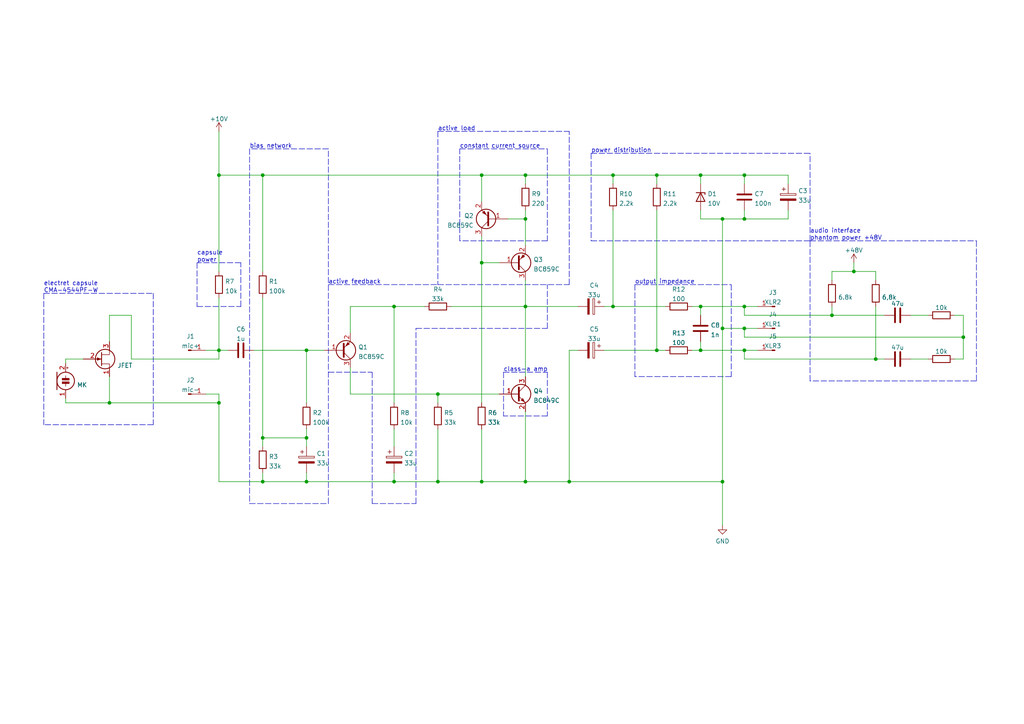
<source format=kicad_sch>
(kicad_sch (version 20211123) (generator eeschema)

  (uuid e63e39d7-6ac0-4ffd-8aa3-1841a4541b55)

  (paper "A4")

  (title_block
    (title "diy_mm")
    (date "2022-02-04")
    (rev "v02")
    (company "Author: felhub")
    (comment 1 "Reference 2: https://sound-au.com/articles/mic-electret.htm")
    (comment 2 "Reference 1: https://sound-au.com/project93.htm")
  )

  (lib_symbols
    (symbol "Connector:Conn_01x01_Male" (pin_names (offset 1.016) hide) (in_bom yes) (on_board yes)
      (property "Reference" "J" (id 0) (at 0 2.54 0)
        (effects (font (size 1.27 1.27)))
      )
      (property "Value" "Conn_01x01_Male" (id 1) (at 0 -2.54 0)
        (effects (font (size 1.27 1.27)))
      )
      (property "Footprint" "" (id 2) (at 0 0 0)
        (effects (font (size 1.27 1.27)) hide)
      )
      (property "Datasheet" "~" (id 3) (at 0 0 0)
        (effects (font (size 1.27 1.27)) hide)
      )
      (property "ki_keywords" "connector" (id 4) (at 0 0 0)
        (effects (font (size 1.27 1.27)) hide)
      )
      (property "ki_description" "Generic connector, single row, 01x01, script generated (kicad-library-utils/schlib/autogen/connector/)" (id 5) (at 0 0 0)
        (effects (font (size 1.27 1.27)) hide)
      )
      (property "ki_fp_filters" "Connector*:*" (id 6) (at 0 0 0)
        (effects (font (size 1.27 1.27)) hide)
      )
      (symbol "Conn_01x01_Male_1_1"
        (polyline
          (pts
            (xy 1.27 0)
            (xy 0.8636 0)
          )
          (stroke (width 0.1524) (type default) (color 0 0 0 0))
          (fill (type none))
        )
        (rectangle (start 0.8636 0.127) (end 0 -0.127)
          (stroke (width 0.1524) (type default) (color 0 0 0 0))
          (fill (type outline))
        )
        (pin passive line (at 5.08 0 180) (length 3.81)
          (name "Pin_1" (effects (font (size 1.27 1.27))))
          (number "1" (effects (font (size 1.27 1.27))))
        )
      )
    )
    (symbol "Device:C" (pin_numbers hide) (pin_names (offset 0.254)) (in_bom yes) (on_board yes)
      (property "Reference" "C" (id 0) (at 0.635 2.54 0)
        (effects (font (size 1.27 1.27)) (justify left))
      )
      (property "Value" "C" (id 1) (at 0.635 -2.54 0)
        (effects (font (size 1.27 1.27)) (justify left))
      )
      (property "Footprint" "" (id 2) (at 0.9652 -3.81 0)
        (effects (font (size 1.27 1.27)) hide)
      )
      (property "Datasheet" "~" (id 3) (at 0 0 0)
        (effects (font (size 1.27 1.27)) hide)
      )
      (property "ki_keywords" "cap capacitor" (id 4) (at 0 0 0)
        (effects (font (size 1.27 1.27)) hide)
      )
      (property "ki_description" "Unpolarized capacitor" (id 5) (at 0 0 0)
        (effects (font (size 1.27 1.27)) hide)
      )
      (property "ki_fp_filters" "C_*" (id 6) (at 0 0 0)
        (effects (font (size 1.27 1.27)) hide)
      )
      (symbol "C_0_1"
        (polyline
          (pts
            (xy -2.032 -0.762)
            (xy 2.032 -0.762)
          )
          (stroke (width 0.508) (type default) (color 0 0 0 0))
          (fill (type none))
        )
        (polyline
          (pts
            (xy -2.032 0.762)
            (xy 2.032 0.762)
          )
          (stroke (width 0.508) (type default) (color 0 0 0 0))
          (fill (type none))
        )
      )
      (symbol "C_1_1"
        (pin passive line (at 0 3.81 270) (length 2.794)
          (name "~" (effects (font (size 1.27 1.27))))
          (number "1" (effects (font (size 1.27 1.27))))
        )
        (pin passive line (at 0 -3.81 90) (length 2.794)
          (name "~" (effects (font (size 1.27 1.27))))
          (number "2" (effects (font (size 1.27 1.27))))
        )
      )
    )
    (symbol "Device:C_Polarized" (pin_numbers hide) (pin_names (offset 0.254)) (in_bom yes) (on_board yes)
      (property "Reference" "C" (id 0) (at 0.635 2.54 0)
        (effects (font (size 1.27 1.27)) (justify left))
      )
      (property "Value" "C_Polarized" (id 1) (at 0.635 -2.54 0)
        (effects (font (size 1.27 1.27)) (justify left))
      )
      (property "Footprint" "" (id 2) (at 0.9652 -3.81 0)
        (effects (font (size 1.27 1.27)) hide)
      )
      (property "Datasheet" "~" (id 3) (at 0 0 0)
        (effects (font (size 1.27 1.27)) hide)
      )
      (property "ki_keywords" "cap capacitor" (id 4) (at 0 0 0)
        (effects (font (size 1.27 1.27)) hide)
      )
      (property "ki_description" "Polarized capacitor" (id 5) (at 0 0 0)
        (effects (font (size 1.27 1.27)) hide)
      )
      (property "ki_fp_filters" "CP_*" (id 6) (at 0 0 0)
        (effects (font (size 1.27 1.27)) hide)
      )
      (symbol "C_Polarized_0_1"
        (rectangle (start -2.286 0.508) (end 2.286 1.016)
          (stroke (width 0) (type default) (color 0 0 0 0))
          (fill (type none))
        )
        (polyline
          (pts
            (xy -1.778 2.286)
            (xy -0.762 2.286)
          )
          (stroke (width 0) (type default) (color 0 0 0 0))
          (fill (type none))
        )
        (polyline
          (pts
            (xy -1.27 2.794)
            (xy -1.27 1.778)
          )
          (stroke (width 0) (type default) (color 0 0 0 0))
          (fill (type none))
        )
        (rectangle (start 2.286 -0.508) (end -2.286 -1.016)
          (stroke (width 0) (type default) (color 0 0 0 0))
          (fill (type outline))
        )
      )
      (symbol "C_Polarized_1_1"
        (pin passive line (at 0 3.81 270) (length 2.794)
          (name "~" (effects (font (size 1.27 1.27))))
          (number "1" (effects (font (size 1.27 1.27))))
        )
        (pin passive line (at 0 -3.81 90) (length 2.794)
          (name "~" (effects (font (size 1.27 1.27))))
          (number "2" (effects (font (size 1.27 1.27))))
        )
      )
    )
    (symbol "Device:D_Zener" (pin_numbers hide) (pin_names (offset 1.016) hide) (in_bom yes) (on_board yes)
      (property "Reference" "D" (id 0) (at 0 2.54 0)
        (effects (font (size 1.27 1.27)))
      )
      (property "Value" "D_Zener" (id 1) (at 0 -2.54 0)
        (effects (font (size 1.27 1.27)))
      )
      (property "Footprint" "" (id 2) (at 0 0 0)
        (effects (font (size 1.27 1.27)) hide)
      )
      (property "Datasheet" "~" (id 3) (at 0 0 0)
        (effects (font (size 1.27 1.27)) hide)
      )
      (property "ki_keywords" "diode" (id 4) (at 0 0 0)
        (effects (font (size 1.27 1.27)) hide)
      )
      (property "ki_description" "Zener diode" (id 5) (at 0 0 0)
        (effects (font (size 1.27 1.27)) hide)
      )
      (property "ki_fp_filters" "TO-???* *_Diode_* *SingleDiode* D_*" (id 6) (at 0 0 0)
        (effects (font (size 1.27 1.27)) hide)
      )
      (symbol "D_Zener_0_1"
        (polyline
          (pts
            (xy 1.27 0)
            (xy -1.27 0)
          )
          (stroke (width 0) (type default) (color 0 0 0 0))
          (fill (type none))
        )
        (polyline
          (pts
            (xy -1.27 -1.27)
            (xy -1.27 1.27)
            (xy -0.762 1.27)
          )
          (stroke (width 0.254) (type default) (color 0 0 0 0))
          (fill (type none))
        )
        (polyline
          (pts
            (xy 1.27 -1.27)
            (xy 1.27 1.27)
            (xy -1.27 0)
            (xy 1.27 -1.27)
          )
          (stroke (width 0.254) (type default) (color 0 0 0 0))
          (fill (type none))
        )
      )
      (symbol "D_Zener_1_1"
        (pin passive line (at -3.81 0 0) (length 2.54)
          (name "K" (effects (font (size 1.27 1.27))))
          (number "1" (effects (font (size 1.27 1.27))))
        )
        (pin passive line (at 3.81 0 180) (length 2.54)
          (name "A" (effects (font (size 1.27 1.27))))
          (number "2" (effects (font (size 1.27 1.27))))
        )
      )
    )
    (symbol "Device:Microphone_Condenser" (pin_names (offset 0.0254) hide) (in_bom yes) (on_board yes)
      (property "Reference" "MK" (id 0) (at -3.302 1.27 0)
        (effects (font (size 1.27 1.27)) (justify right))
      )
      (property "Value" "Microphone_Condenser" (id 1) (at -3.302 -0.635 0)
        (effects (font (size 1.27 1.27)) (justify right))
      )
      (property "Footprint" "" (id 2) (at 0 2.54 90)
        (effects (font (size 1.27 1.27)) hide)
      )
      (property "Datasheet" "~" (id 3) (at 0 2.54 90)
        (effects (font (size 1.27 1.27)) hide)
      )
      (property "ki_keywords" "capacitance condenser microphone" (id 4) (at 0 0 0)
        (effects (font (size 1.27 1.27)) hide)
      )
      (property "ki_description" "Condenser microphone" (id 5) (at 0 0 0)
        (effects (font (size 1.27 1.27)) hide)
      )
      (symbol "Microphone_Condenser_0_1"
        (polyline
          (pts
            (xy -2.54 2.54)
            (xy -2.54 -2.54)
          )
          (stroke (width 0.254) (type default) (color 0 0 0 0))
          (fill (type none))
        )
        (polyline
          (pts
            (xy 0 -0.762)
            (xy 0 -1.524)
          )
          (stroke (width 0) (type default) (color 0 0 0 0))
          (fill (type none))
        )
        (polyline
          (pts
            (xy 0 0.762)
            (xy 0 1.524)
          )
          (stroke (width 0) (type default) (color 0 0 0 0))
          (fill (type none))
        )
        (polyline
          (pts
            (xy 0.254 3.81)
            (xy 0.762 3.81)
          )
          (stroke (width 0) (type default) (color 0 0 0 0))
          (fill (type none))
        )
        (polyline
          (pts
            (xy 0.508 4.064)
            (xy 0.508 3.556)
          )
          (stroke (width 0) (type default) (color 0 0 0 0))
          (fill (type none))
        )
        (circle (center 0 0) (radius 2.54)
          (stroke (width 0.254) (type default) (color 0 0 0 0))
          (fill (type none))
        )
        (rectangle (start 1.016 -0.254) (end -1.016 -0.762)
          (stroke (width 0) (type default) (color 0 0 0 0))
          (fill (type outline))
        )
        (rectangle (start 1.016 0.762) (end -1.016 0.254)
          (stroke (width 0) (type default) (color 0 0 0 0))
          (fill (type outline))
        )
      )
      (symbol "Microphone_Condenser_1_1"
        (pin passive line (at 0 -5.08 90) (length 2.54)
          (name "-" (effects (font (size 1.27 1.27))))
          (number "1" (effects (font (size 1.27 1.27))))
        )
        (pin passive line (at 0 5.08 270) (length 2.54)
          (name "+" (effects (font (size 1.27 1.27))))
          (number "2" (effects (font (size 1.27 1.27))))
        )
      )
    )
    (symbol "Device:Q_NJFET_DGS" (pin_names (offset 0) hide) (in_bom yes) (on_board yes)
      (property "Reference" "Q" (id 0) (at 5.08 1.27 0)
        (effects (font (size 1.27 1.27)) (justify left))
      )
      (property "Value" "Q_NJFET_DGS" (id 1) (at 5.08 -1.27 0)
        (effects (font (size 1.27 1.27)) (justify left))
      )
      (property "Footprint" "" (id 2) (at 5.08 2.54 0)
        (effects (font (size 1.27 1.27)) hide)
      )
      (property "Datasheet" "~" (id 3) (at 0 0 0)
        (effects (font (size 1.27 1.27)) hide)
      )
      (property "ki_keywords" "transistor NJFET N-JFET" (id 4) (at 0 0 0)
        (effects (font (size 1.27 1.27)) hide)
      )
      (property "ki_description" "N-JFET transistor, drain/gate/source" (id 5) (at 0 0 0)
        (effects (font (size 1.27 1.27)) hide)
      )
      (symbol "Q_NJFET_DGS_0_1"
        (polyline
          (pts
            (xy 0.254 1.905)
            (xy 0.254 -1.905)
            (xy 0.254 -1.905)
          )
          (stroke (width 0.254) (type default) (color 0 0 0 0))
          (fill (type none))
        )
        (polyline
          (pts
            (xy 2.54 -2.54)
            (xy 2.54 -1.27)
            (xy 0.254 -1.27)
          )
          (stroke (width 0) (type default) (color 0 0 0 0))
          (fill (type none))
        )
        (polyline
          (pts
            (xy 2.54 2.54)
            (xy 2.54 1.397)
            (xy 0.254 1.397)
          )
          (stroke (width 0) (type default) (color 0 0 0 0))
          (fill (type none))
        )
        (polyline
          (pts
            (xy 0 0)
            (xy -1.016 0.381)
            (xy -1.016 -0.381)
            (xy 0 0)
          )
          (stroke (width 0) (type default) (color 0 0 0 0))
          (fill (type outline))
        )
        (circle (center 1.27 0) (radius 2.8194)
          (stroke (width 0.254) (type default) (color 0 0 0 0))
          (fill (type none))
        )
      )
      (symbol "Q_NJFET_DGS_1_1"
        (pin passive line (at 2.54 5.08 270) (length 2.54)
          (name "D" (effects (font (size 1.27 1.27))))
          (number "1" (effects (font (size 1.27 1.27))))
        )
        (pin input line (at -5.08 0 0) (length 5.334)
          (name "G" (effects (font (size 1.27 1.27))))
          (number "2" (effects (font (size 1.27 1.27))))
        )
        (pin passive line (at 2.54 -5.08 90) (length 2.54)
          (name "S" (effects (font (size 1.27 1.27))))
          (number "3" (effects (font (size 1.27 1.27))))
        )
      )
    )
    (symbol "Device:Q_NPN_BEC" (pin_names (offset 0) hide) (in_bom yes) (on_board yes)
      (property "Reference" "Q" (id 0) (at 5.08 1.27 0)
        (effects (font (size 1.27 1.27)) (justify left))
      )
      (property "Value" "Q_NPN_BEC" (id 1) (at 5.08 -1.27 0)
        (effects (font (size 1.27 1.27)) (justify left))
      )
      (property "Footprint" "" (id 2) (at 5.08 2.54 0)
        (effects (font (size 1.27 1.27)) hide)
      )
      (property "Datasheet" "~" (id 3) (at 0 0 0)
        (effects (font (size 1.27 1.27)) hide)
      )
      (property "ki_keywords" "transistor NPN" (id 4) (at 0 0 0)
        (effects (font (size 1.27 1.27)) hide)
      )
      (property "ki_description" "NPN transistor, base/emitter/collector" (id 5) (at 0 0 0)
        (effects (font (size 1.27 1.27)) hide)
      )
      (symbol "Q_NPN_BEC_0_1"
        (polyline
          (pts
            (xy 0.635 0.635)
            (xy 2.54 2.54)
          )
          (stroke (width 0) (type default) (color 0 0 0 0))
          (fill (type none))
        )
        (polyline
          (pts
            (xy 0.635 -0.635)
            (xy 2.54 -2.54)
            (xy 2.54 -2.54)
          )
          (stroke (width 0) (type default) (color 0 0 0 0))
          (fill (type none))
        )
        (polyline
          (pts
            (xy 0.635 1.905)
            (xy 0.635 -1.905)
            (xy 0.635 -1.905)
          )
          (stroke (width 0.508) (type default) (color 0 0 0 0))
          (fill (type none))
        )
        (polyline
          (pts
            (xy 1.27 -1.778)
            (xy 1.778 -1.27)
            (xy 2.286 -2.286)
            (xy 1.27 -1.778)
            (xy 1.27 -1.778)
          )
          (stroke (width 0) (type default) (color 0 0 0 0))
          (fill (type outline))
        )
        (circle (center 1.27 0) (radius 2.8194)
          (stroke (width 0.254) (type default) (color 0 0 0 0))
          (fill (type none))
        )
      )
      (symbol "Q_NPN_BEC_1_1"
        (pin input line (at -5.08 0 0) (length 5.715)
          (name "B" (effects (font (size 1.27 1.27))))
          (number "1" (effects (font (size 1.27 1.27))))
        )
        (pin passive line (at 2.54 -5.08 90) (length 2.54)
          (name "E" (effects (font (size 1.27 1.27))))
          (number "2" (effects (font (size 1.27 1.27))))
        )
        (pin passive line (at 2.54 5.08 270) (length 2.54)
          (name "C" (effects (font (size 1.27 1.27))))
          (number "3" (effects (font (size 1.27 1.27))))
        )
      )
    )
    (symbol "Device:Q_PNP_BEC" (pin_names (offset 0) hide) (in_bom yes) (on_board yes)
      (property "Reference" "Q" (id 0) (at 5.08 1.27 0)
        (effects (font (size 1.27 1.27)) (justify left))
      )
      (property "Value" "Q_PNP_BEC" (id 1) (at 5.08 -1.27 0)
        (effects (font (size 1.27 1.27)) (justify left))
      )
      (property "Footprint" "" (id 2) (at 5.08 2.54 0)
        (effects (font (size 1.27 1.27)) hide)
      )
      (property "Datasheet" "~" (id 3) (at 0 0 0)
        (effects (font (size 1.27 1.27)) hide)
      )
      (property "ki_keywords" "transistor PNP" (id 4) (at 0 0 0)
        (effects (font (size 1.27 1.27)) hide)
      )
      (property "ki_description" "PNP transistor, base/emitter/collector" (id 5) (at 0 0 0)
        (effects (font (size 1.27 1.27)) hide)
      )
      (symbol "Q_PNP_BEC_0_1"
        (polyline
          (pts
            (xy 0.635 0.635)
            (xy 2.54 2.54)
          )
          (stroke (width 0) (type default) (color 0 0 0 0))
          (fill (type none))
        )
        (polyline
          (pts
            (xy 0.635 -0.635)
            (xy 2.54 -2.54)
            (xy 2.54 -2.54)
          )
          (stroke (width 0) (type default) (color 0 0 0 0))
          (fill (type none))
        )
        (polyline
          (pts
            (xy 0.635 1.905)
            (xy 0.635 -1.905)
            (xy 0.635 -1.905)
          )
          (stroke (width 0.508) (type default) (color 0 0 0 0))
          (fill (type none))
        )
        (polyline
          (pts
            (xy 2.286 -1.778)
            (xy 1.778 -2.286)
            (xy 1.27 -1.27)
            (xy 2.286 -1.778)
            (xy 2.286 -1.778)
          )
          (stroke (width 0) (type default) (color 0 0 0 0))
          (fill (type outline))
        )
        (circle (center 1.27 0) (radius 2.8194)
          (stroke (width 0.254) (type default) (color 0 0 0 0))
          (fill (type none))
        )
      )
      (symbol "Q_PNP_BEC_1_1"
        (pin input line (at -5.08 0 0) (length 5.715)
          (name "B" (effects (font (size 1.27 1.27))))
          (number "1" (effects (font (size 1.27 1.27))))
        )
        (pin passive line (at 2.54 -5.08 90) (length 2.54)
          (name "E" (effects (font (size 1.27 1.27))))
          (number "2" (effects (font (size 1.27 1.27))))
        )
        (pin passive line (at 2.54 5.08 270) (length 2.54)
          (name "C" (effects (font (size 1.27 1.27))))
          (number "3" (effects (font (size 1.27 1.27))))
        )
      )
    )
    (symbol "Device:R" (pin_numbers hide) (pin_names (offset 0)) (in_bom yes) (on_board yes)
      (property "Reference" "R" (id 0) (at 2.032 0 90)
        (effects (font (size 1.27 1.27)))
      )
      (property "Value" "R" (id 1) (at 0 0 90)
        (effects (font (size 1.27 1.27)))
      )
      (property "Footprint" "" (id 2) (at -1.778 0 90)
        (effects (font (size 1.27 1.27)) hide)
      )
      (property "Datasheet" "~" (id 3) (at 0 0 0)
        (effects (font (size 1.27 1.27)) hide)
      )
      (property "ki_keywords" "R res resistor" (id 4) (at 0 0 0)
        (effects (font (size 1.27 1.27)) hide)
      )
      (property "ki_description" "Resistor" (id 5) (at 0 0 0)
        (effects (font (size 1.27 1.27)) hide)
      )
      (property "ki_fp_filters" "R_*" (id 6) (at 0 0 0)
        (effects (font (size 1.27 1.27)) hide)
      )
      (symbol "R_0_1"
        (rectangle (start -1.016 -2.54) (end 1.016 2.54)
          (stroke (width 0.254) (type default) (color 0 0 0 0))
          (fill (type none))
        )
      )
      (symbol "R_1_1"
        (pin passive line (at 0 3.81 270) (length 1.27)
          (name "~" (effects (font (size 1.27 1.27))))
          (number "1" (effects (font (size 1.27 1.27))))
        )
        (pin passive line (at 0 -3.81 90) (length 1.27)
          (name "~" (effects (font (size 1.27 1.27))))
          (number "2" (effects (font (size 1.27 1.27))))
        )
      )
    )
    (symbol "power:+10V" (power) (pin_names (offset 0)) (in_bom yes) (on_board yes)
      (property "Reference" "#PWR" (id 0) (at 0 -3.81 0)
        (effects (font (size 1.27 1.27)) hide)
      )
      (property "Value" "+10V" (id 1) (at 0 3.556 0)
        (effects (font (size 1.27 1.27)))
      )
      (property "Footprint" "" (id 2) (at 0 0 0)
        (effects (font (size 1.27 1.27)) hide)
      )
      (property "Datasheet" "" (id 3) (at 0 0 0)
        (effects (font (size 1.27 1.27)) hide)
      )
      (property "ki_keywords" "power-flag" (id 4) (at 0 0 0)
        (effects (font (size 1.27 1.27)) hide)
      )
      (property "ki_description" "Power symbol creates a global label with name \"+10V\"" (id 5) (at 0 0 0)
        (effects (font (size 1.27 1.27)) hide)
      )
      (symbol "+10V_0_1"
        (polyline
          (pts
            (xy -0.762 1.27)
            (xy 0 2.54)
          )
          (stroke (width 0) (type default) (color 0 0 0 0))
          (fill (type none))
        )
        (polyline
          (pts
            (xy 0 0)
            (xy 0 2.54)
          )
          (stroke (width 0) (type default) (color 0 0 0 0))
          (fill (type none))
        )
        (polyline
          (pts
            (xy 0 2.54)
            (xy 0.762 1.27)
          )
          (stroke (width 0) (type default) (color 0 0 0 0))
          (fill (type none))
        )
      )
      (symbol "+10V_1_1"
        (pin power_in line (at 0 0 90) (length 0) hide
          (name "+10V" (effects (font (size 1.27 1.27))))
          (number "1" (effects (font (size 1.27 1.27))))
        )
      )
    )
    (symbol "power:+48V" (power) (pin_names (offset 0)) (in_bom yes) (on_board yes)
      (property "Reference" "#PWR" (id 0) (at 0 -3.81 0)
        (effects (font (size 1.27 1.27)) hide)
      )
      (property "Value" "+48V" (id 1) (at 0 3.556 0)
        (effects (font (size 1.27 1.27)))
      )
      (property "Footprint" "" (id 2) (at 0 0 0)
        (effects (font (size 1.27 1.27)) hide)
      )
      (property "Datasheet" "" (id 3) (at 0 0 0)
        (effects (font (size 1.27 1.27)) hide)
      )
      (property "ki_keywords" "power-flag" (id 4) (at 0 0 0)
        (effects (font (size 1.27 1.27)) hide)
      )
      (property "ki_description" "Power symbol creates a global label with name \"+48V\"" (id 5) (at 0 0 0)
        (effects (font (size 1.27 1.27)) hide)
      )
      (symbol "+48V_0_1"
        (polyline
          (pts
            (xy -0.762 1.27)
            (xy 0 2.54)
          )
          (stroke (width 0) (type default) (color 0 0 0 0))
          (fill (type none))
        )
        (polyline
          (pts
            (xy 0 0)
            (xy 0 2.54)
          )
          (stroke (width 0) (type default) (color 0 0 0 0))
          (fill (type none))
        )
        (polyline
          (pts
            (xy 0 2.54)
            (xy 0.762 1.27)
          )
          (stroke (width 0) (type default) (color 0 0 0 0))
          (fill (type none))
        )
      )
      (symbol "+48V_1_1"
        (pin power_in line (at 0 0 90) (length 0) hide
          (name "+48V" (effects (font (size 1.27 1.27))))
          (number "1" (effects (font (size 1.27 1.27))))
        )
      )
    )
    (symbol "power:GND" (power) (pin_names (offset 0)) (in_bom yes) (on_board yes)
      (property "Reference" "#PWR" (id 0) (at 0 -6.35 0)
        (effects (font (size 1.27 1.27)) hide)
      )
      (property "Value" "GND" (id 1) (at 0 -3.81 0)
        (effects (font (size 1.27 1.27)))
      )
      (property "Footprint" "" (id 2) (at 0 0 0)
        (effects (font (size 1.27 1.27)) hide)
      )
      (property "Datasheet" "" (id 3) (at 0 0 0)
        (effects (font (size 1.27 1.27)) hide)
      )
      (property "ki_keywords" "power-flag" (id 4) (at 0 0 0)
        (effects (font (size 1.27 1.27)) hide)
      )
      (property "ki_description" "Power symbol creates a global label with name \"GND\" , ground" (id 5) (at 0 0 0)
        (effects (font (size 1.27 1.27)) hide)
      )
      (symbol "GND_0_1"
        (polyline
          (pts
            (xy 0 0)
            (xy 0 -1.27)
            (xy 1.27 -1.27)
            (xy 0 -2.54)
            (xy -1.27 -1.27)
            (xy 0 -1.27)
          )
          (stroke (width 0) (type default) (color 0 0 0 0))
          (fill (type none))
        )
      )
      (symbol "GND_1_1"
        (pin power_in line (at 0 0 270) (length 0) hide
          (name "GND" (effects (font (size 1.27 1.27))))
          (number "1" (effects (font (size 1.27 1.27))))
        )
      )
    )
  )

  (junction (at 76.2 139.7) (diameter 0) (color 0 0 0 0)
    (uuid 00481029-de95-4b58-a6e8-431a39e8efb5)
  )
  (junction (at 114.3 139.7) (diameter 0) (color 0 0 0 0)
    (uuid 1d3731c6-1b3d-4377-8b89-a2718fce3968)
  )
  (junction (at 88.9 139.7) (diameter 0) (color 0 0 0 0)
    (uuid 1fb776b7-1407-49a7-bc84-399a0ca470bf)
  )
  (junction (at 215.9 88.9) (diameter 0) (color 0 0 0 0)
    (uuid 22e96551-ce82-4db5-9f0c-fffa4ed4db42)
  )
  (junction (at 31.75 116.84) (diameter 0) (color 0 0 0 0)
    (uuid 361ddea9-9b39-4fc1-91b0-107c78b9183e)
  )
  (junction (at 203.2 88.9) (diameter 0) (color 0 0 0 0)
    (uuid 4bad2a3d-f064-486c-84a9-ca426714fce8)
  )
  (junction (at 152.4 50.8) (diameter 0) (color 0 0 0 0)
    (uuid 53b8c70e-d017-48e8-9bd2-e576e9f83b18)
  )
  (junction (at 152.4 88.9) (diameter 0) (color 0 0 0 0)
    (uuid 594560b0-cf2e-4a6d-bcf6-61f80047e992)
  )
  (junction (at 63.5 50.8) (diameter 0) (color 0 0 0 0)
    (uuid 6252d325-b879-4845-bf80-6f6e82cd003a)
  )
  (junction (at 209.55 139.7) (diameter 0) (color 0 0 0 0)
    (uuid 74918359-0861-4d6e-94b2-8ae7c47c7578)
  )
  (junction (at 114.3 88.9) (diameter 0) (color 0 0 0 0)
    (uuid 77bb9308-498e-443d-8b4f-3c0c4eaaaee8)
  )
  (junction (at 177.8 50.8) (diameter 0) (color 0 0 0 0)
    (uuid 785646f5-f0fa-4504-9d48-238c871f4419)
  )
  (junction (at 279.4 97.79) (diameter 0) (color 0 0 0 0)
    (uuid 7a51b009-9738-4120-be1a-96a4aa128bb7)
  )
  (junction (at 127 139.7) (diameter 0) (color 0 0 0 0)
    (uuid 8269e801-d751-4c3c-b0b2-1ad4b00fdd68)
  )
  (junction (at 152.4 63.5) (diameter 0) (color 0 0 0 0)
    (uuid 900b897c-7c36-468c-88ac-21dfa356ec16)
  )
  (junction (at 190.5 101.6) (diameter 0) (color 0 0 0 0)
    (uuid 93b9f08c-991a-4ff0-881f-101b8206f989)
  )
  (junction (at 63.5 116.84) (diameter 0) (color 0 0 0 0)
    (uuid 988f79c2-5c39-4244-8adb-1e3d4a6f58e8)
  )
  (junction (at 203.2 50.8) (diameter 0) (color 0 0 0 0)
    (uuid a184ab2f-61ba-40b9-a824-4e13a00512d9)
  )
  (junction (at 177.8 88.9) (diameter 0) (color 0 0 0 0)
    (uuid a9fd980d-bdd6-44d1-92a4-41b270776a9b)
  )
  (junction (at 127 114.3) (diameter 0) (color 0 0 0 0)
    (uuid b3c5958c-e84d-4419-b6bf-29e5946491b9)
  )
  (junction (at 215.9 95.25) (diameter 0) (color 0 0 0 0)
    (uuid b457a88b-ef0c-46b2-b3a3-a7c3cbb44009)
  )
  (junction (at 215.9 63.5) (diameter 0) (color 0 0 0 0)
    (uuid b5cc0b3c-6928-4e72-ba5f-469fd7e9b596)
  )
  (junction (at 88.9 127) (diameter 0) (color 0 0 0 0)
    (uuid b7ce5239-43e8-4f81-b6c6-e124cacbb0fd)
  )
  (junction (at 241.3 91.44) (diameter 0) (color 0 0 0 0)
    (uuid bc523eca-d9b5-40c2-8f8f-203aeb42c34d)
  )
  (junction (at 152.4 139.7) (diameter 0) (color 0 0 0 0)
    (uuid bd63d6f4-009a-4f34-bc03-10b2a1f343be)
  )
  (junction (at 215.9 101.6) (diameter 0) (color 0 0 0 0)
    (uuid c27d7cf8-2ed9-4c0e-9eeb-ef18bfda2543)
  )
  (junction (at 76.2 127) (diameter 0) (color 0 0 0 0)
    (uuid c45d22d5-738d-45a4-b6a5-124d55f76785)
  )
  (junction (at 209.55 63.5) (diameter 0) (color 0 0 0 0)
    (uuid c7c452e1-76b9-4a86-9948-479891a00a14)
  )
  (junction (at 209.55 95.25) (diameter 0) (color 0 0 0 0)
    (uuid c9bf9a57-cb75-469f-8854-b51c07eccc87)
  )
  (junction (at 165.1 139.7) (diameter 0) (color 0 0 0 0)
    (uuid ca3a4316-d714-4406-93cc-0beadac147f5)
  )
  (junction (at 139.7 139.7) (diameter 0) (color 0 0 0 0)
    (uuid ccac5bc9-d882-4691-b4a8-440e9c51db51)
  )
  (junction (at 203.2 101.6) (diameter 0) (color 0 0 0 0)
    (uuid d000d0ce-ea05-4729-a9b6-539f307ffe58)
  )
  (junction (at 76.2 50.8) (diameter 0) (color 0 0 0 0)
    (uuid da4354fe-0ba5-447b-a611-75354722153a)
  )
  (junction (at 88.9 101.6) (diameter 0) (color 0 0 0 0)
    (uuid db8df98d-2ffc-46e4-8ead-f86a33710c65)
  )
  (junction (at 247.65 78.74) (diameter 0) (color 0 0 0 0)
    (uuid db8ffed0-a168-4461-85ef-890f58e9c9c5)
  )
  (junction (at 254 104.14) (diameter 0) (color 0 0 0 0)
    (uuid e2e4e30e-b04b-4919-be2d-94126b6f7de4)
  )
  (junction (at 215.9 50.8) (diameter 0) (color 0 0 0 0)
    (uuid ea488537-3335-4429-96ee-ff1cf6bac32a)
  )
  (junction (at 63.5 101.6) (diameter 0) (color 0 0 0 0)
    (uuid ed08bbe5-6a22-4a79-af4e-140a5551a802)
  )
  (junction (at 139.7 76.2) (diameter 0) (color 0 0 0 0)
    (uuid f07e9318-7925-4b45-ad73-7ee12749b363)
  )
  (junction (at 190.5 50.8) (diameter 0) (color 0 0 0 0)
    (uuid fa6fdcca-3626-48e3-aa5c-205cb56fe3a5)
  )
  (junction (at 139.7 50.8) (diameter 0) (color 0 0 0 0)
    (uuid fcc6a13c-6b82-471e-bf38-7b9a8cae23a9)
  )

  (polyline (pts (xy 57.15 88.9) (xy 69.85 88.9))
    (stroke (width 0) (type default) (color 0 0 0 0))
    (uuid 00c94de5-2065-4e0b-b7d8-104b911e048a)
  )

  (wire (pts (xy 114.3 88.9) (xy 123.19 88.9))
    (stroke (width 0) (type default) (color 0 0 0 0))
    (uuid 0506851f-c2f6-4318-9724-e08bb4f846d5)
  )
  (wire (pts (xy 152.4 50.8) (xy 177.8 50.8))
    (stroke (width 0) (type default) (color 0 0 0 0))
    (uuid 050ac9c3-fcb5-4c23-8661-d2b4a24fc634)
  )
  (wire (pts (xy 127 124.46) (xy 127 139.7))
    (stroke (width 0) (type default) (color 0 0 0 0))
    (uuid 06ae599d-ec2a-407f-bd24-54dd2d1d7ca4)
  )
  (wire (pts (xy 76.2 139.7) (xy 88.9 139.7))
    (stroke (width 0) (type default) (color 0 0 0 0))
    (uuid 097b940e-6714-4fef-9207-7d9da8ca16b4)
  )
  (wire (pts (xy 209.55 63.5) (xy 203.2 63.5))
    (stroke (width 0) (type default) (color 0 0 0 0))
    (uuid 09be0115-4adb-4329-b02f-11282077c7c2)
  )
  (wire (pts (xy 228.6 63.5) (xy 215.9 63.5))
    (stroke (width 0) (type default) (color 0 0 0 0))
    (uuid 0c0c03dc-7f6c-4ec3-82b6-df68522379a8)
  )
  (wire (pts (xy 127 114.3) (xy 144.78 114.3))
    (stroke (width 0) (type default) (color 0 0 0 0))
    (uuid 0e2f4b55-afcf-4e5f-9559-8b2ad2098638)
  )
  (wire (pts (xy 76.2 86.36) (xy 76.2 127))
    (stroke (width 0) (type default) (color 0 0 0 0))
    (uuid 0f09d3fd-b57a-4362-ac26-60671d1776a8)
  )
  (polyline (pts (xy 184.15 82.55) (xy 212.09 82.55))
    (stroke (width 0) (type default) (color 0 0 0 0))
    (uuid 1193ac75-e779-4b0b-836d-8c89599a1991)
  )
  (polyline (pts (xy 120.65 95.25) (xy 158.75 95.25))
    (stroke (width 0) (type default) (color 0 0 0 0))
    (uuid 13a409f1-45b1-4ea0-be60-0a0530a624d5)
  )
  (polyline (pts (xy 72.39 146.05) (xy 95.25 146.05))
    (stroke (width 0) (type default) (color 0 0 0 0))
    (uuid 1989c34a-68b8-481b-82bc-141f84ff2950)
  )

  (wire (pts (xy 139.7 50.8) (xy 152.4 50.8))
    (stroke (width 0) (type default) (color 0 0 0 0))
    (uuid 1c5ef5fc-aacf-4a06-873c-cd733a484c13)
  )
  (polyline (pts (xy 234.95 69.85) (xy 234.95 44.45))
    (stroke (width 0) (type default) (color 0 0 0 0))
    (uuid 1e5c2b0f-8703-472f-8334-2c5734f4b4a7)
  )

  (wire (pts (xy 152.4 50.8) (xy 152.4 53.34))
    (stroke (width 0) (type default) (color 0 0 0 0))
    (uuid 1e9085c7-dd3c-4371-af8e-e42caf900b89)
  )
  (wire (pts (xy 254 88.9) (xy 254 104.14))
    (stroke (width 0) (type default) (color 0 0 0 0))
    (uuid 22ec7e44-89e4-4836-a918-af6221cbb117)
  )
  (wire (pts (xy 215.9 97.79) (xy 279.4 97.79))
    (stroke (width 0) (type default) (color 0 0 0 0))
    (uuid 22f5b59a-5860-4b9b-b754-24a7ce15f7be)
  )
  (wire (pts (xy 264.16 104.14) (xy 269.24 104.14))
    (stroke (width 0) (type default) (color 0 0 0 0))
    (uuid 25400ccf-a6d4-41ff-9a14-47ea601306ca)
  )
  (wire (pts (xy 19.05 105.41) (xy 19.05 104.14))
    (stroke (width 0) (type default) (color 0 0 0 0))
    (uuid 26688b12-b36c-42b7-bf99-e3330c65a396)
  )
  (wire (pts (xy 276.86 91.44) (xy 279.4 91.44))
    (stroke (width 0) (type default) (color 0 0 0 0))
    (uuid 26c251d8-7e25-434d-97a8-c0e6510b06e1)
  )
  (wire (pts (xy 190.5 50.8) (xy 203.2 50.8))
    (stroke (width 0) (type default) (color 0 0 0 0))
    (uuid 27135027-ac94-41f5-95f6-116207afad2f)
  )
  (polyline (pts (xy 146.05 107.95) (xy 158.75 107.95))
    (stroke (width 0) (type default) (color 0 0 0 0))
    (uuid 28f56ae5-b6d5-4699-9a41-b02e9263b543)
  )

  (wire (pts (xy 88.9 124.46) (xy 88.9 127))
    (stroke (width 0) (type default) (color 0 0 0 0))
    (uuid 2c1ed742-8829-4c33-b03a-5cadaf6aebc7)
  )
  (wire (pts (xy 203.2 101.6) (xy 215.9 101.6))
    (stroke (width 0) (type default) (color 0 0 0 0))
    (uuid 2d31eae6-92e3-40ae-b38b-fcc560297b93)
  )
  (wire (pts (xy 139.7 68.58) (xy 139.7 76.2))
    (stroke (width 0) (type default) (color 0 0 0 0))
    (uuid 306c4881-b633-4b93-9e13-a58fa2edfafe)
  )
  (polyline (pts (xy 44.45 123.19) (xy 12.7 123.19))
    (stroke (width 0) (type default) (color 0 0 0 0))
    (uuid 32848b5d-af93-4c4b-a0e6-117ceeff4d2d)
  )

  (wire (pts (xy 76.2 50.8) (xy 63.5 50.8))
    (stroke (width 0) (type default) (color 0 0 0 0))
    (uuid 3614cd89-9ecf-4dc0-ab32-85a3ec7d9fa5)
  )
  (wire (pts (xy 215.9 60.96) (xy 215.9 63.5))
    (stroke (width 0) (type default) (color 0 0 0 0))
    (uuid 370be6ac-a58f-466b-8775-b1dae3c3d861)
  )
  (wire (pts (xy 215.9 63.5) (xy 209.55 63.5))
    (stroke (width 0) (type default) (color 0 0 0 0))
    (uuid 384a26a1-6ada-4284-90d9-697f1b168382)
  )
  (polyline (pts (xy 133.35 43.18) (xy 158.75 43.18))
    (stroke (width 0) (type default) (color 0 0 0 0))
    (uuid 38c85382-09ad-4577-a706-2fe3f56156f3)
  )

  (wire (pts (xy 31.75 109.22) (xy 31.75 116.84))
    (stroke (width 0) (type default) (color 0 0 0 0))
    (uuid 3900f736-535e-4bb5-a3c1-6b32a536b9c2)
  )
  (wire (pts (xy 241.3 78.74) (xy 247.65 78.74))
    (stroke (width 0) (type default) (color 0 0 0 0))
    (uuid 3c2471f1-bcda-4779-a1d9-23a568326271)
  )
  (wire (pts (xy 139.7 76.2) (xy 144.78 76.2))
    (stroke (width 0) (type default) (color 0 0 0 0))
    (uuid 409e92ca-b6dc-4500-a6bf-c0f7780aa481)
  )
  (wire (pts (xy 215.9 101.6) (xy 219.71 101.6))
    (stroke (width 0) (type default) (color 0 0 0 0))
    (uuid 41ab9f7b-917b-4b78-951e-7e7f42663634)
  )
  (wire (pts (xy 203.2 101.6) (xy 200.66 101.6))
    (stroke (width 0) (type default) (color 0 0 0 0))
    (uuid 420561bd-a28a-4c25-8fff-9f96b83e0acd)
  )
  (polyline (pts (xy 107.95 146.05) (xy 120.65 146.05))
    (stroke (width 0) (type default) (color 0 0 0 0))
    (uuid 45693176-01b3-4bc8-b5b5-16192bd0fe87)
  )

  (wire (pts (xy 190.5 50.8) (xy 190.5 53.34))
    (stroke (width 0) (type default) (color 0 0 0 0))
    (uuid 45b9d3c8-f6da-42ce-bc10-00040c0a5c8b)
  )
  (wire (pts (xy 88.9 127) (xy 88.9 129.54))
    (stroke (width 0) (type default) (color 0 0 0 0))
    (uuid 477facc6-d79a-4dc1-aa3f-86d3bfcca217)
  )
  (polyline (pts (xy 158.75 120.65) (xy 146.05 120.65))
    (stroke (width 0) (type default) (color 0 0 0 0))
    (uuid 47a9a2b4-3a26-4cbd-a2e8-5340504fa0ad)
  )

  (wire (pts (xy 88.9 101.6) (xy 93.98 101.6))
    (stroke (width 0) (type default) (color 0 0 0 0))
    (uuid 47dd1786-14fc-417d-ab9d-4e6df34126b6)
  )
  (wire (pts (xy 215.9 91.44) (xy 241.3 91.44))
    (stroke (width 0) (type default) (color 0 0 0 0))
    (uuid 482d32fb-3056-4327-8fd9-7b6067074bc8)
  )
  (wire (pts (xy 88.9 116.84) (xy 88.9 101.6))
    (stroke (width 0) (type default) (color 0 0 0 0))
    (uuid 48a99ad5-50a4-41d5-b43e-a323f8e392a2)
  )
  (wire (pts (xy 139.7 124.46) (xy 139.7 139.7))
    (stroke (width 0) (type default) (color 0 0 0 0))
    (uuid 48b4ad4e-8205-4f00-b73b-d8c0cd629233)
  )
  (wire (pts (xy 190.5 60.96) (xy 190.5 101.6))
    (stroke (width 0) (type default) (color 0 0 0 0))
    (uuid 48e0512c-4924-46b6-afd7-1e78dec82511)
  )
  (wire (pts (xy 76.2 137.16) (xy 76.2 139.7))
    (stroke (width 0) (type default) (color 0 0 0 0))
    (uuid 4a0b1f1e-9e54-4210-a2f3-598cd2d716e6)
  )
  (wire (pts (xy 73.66 101.6) (xy 88.9 101.6))
    (stroke (width 0) (type default) (color 0 0 0 0))
    (uuid 4a1ba623-2461-491e-9da5-4cfd456ba685)
  )
  (wire (pts (xy 200.66 88.9) (xy 203.2 88.9))
    (stroke (width 0) (type default) (color 0 0 0 0))
    (uuid 4ac0fc4c-b11c-4445-b275-d85f4fc6aa1f)
  )
  (wire (pts (xy 114.3 139.7) (xy 127 139.7))
    (stroke (width 0) (type default) (color 0 0 0 0))
    (uuid 4bb056b8-3b6e-4e41-b200-9497a5965c18)
  )
  (polyline (pts (xy 95.25 43.18) (xy 72.39 43.18))
    (stroke (width 0) (type default) (color 0 0 0 0))
    (uuid 4c20a254-6530-44d9-8ed4-ca6acd662d45)
  )

  (wire (pts (xy 63.5 116.84) (xy 63.5 139.7))
    (stroke (width 0) (type default) (color 0 0 0 0))
    (uuid 4ceb4ef2-60bd-4aab-b62b-7ff05e7d9b7f)
  )
  (polyline (pts (xy 283.21 69.85) (xy 283.21 110.49))
    (stroke (width 0) (type default) (color 0 0 0 0))
    (uuid 4dfa4630-069d-4eed-a0d6-ebdb0191998f)
  )

  (wire (pts (xy 215.9 104.14) (xy 254 104.14))
    (stroke (width 0) (type default) (color 0 0 0 0))
    (uuid 4e0cdf16-7c3e-4e0e-ae18-b5daf05695d6)
  )
  (wire (pts (xy 152.4 88.9) (xy 152.4 109.22))
    (stroke (width 0) (type default) (color 0 0 0 0))
    (uuid 4e3d2ff5-99af-4c5a-bab0-4ca17c5042f7)
  )
  (wire (pts (xy 19.05 116.84) (xy 19.05 115.57))
    (stroke (width 0) (type default) (color 0 0 0 0))
    (uuid 4e7fa3a4-59bf-4008-bb49-7055ffd34063)
  )
  (polyline (pts (xy 171.45 44.45) (xy 171.45 69.85))
    (stroke (width 0) (type default) (color 0 0 0 0))
    (uuid 4f270b86-cd96-46c0-8da2-28d85472075c)
  )

  (wire (pts (xy 88.9 139.7) (xy 114.3 139.7))
    (stroke (width 0) (type default) (color 0 0 0 0))
    (uuid 4f41454e-e267-4734-9bfc-285b601169e5)
  )
  (polyline (pts (xy 57.15 76.2) (xy 57.15 88.9))
    (stroke (width 0) (type default) (color 0 0 0 0))
    (uuid 541396b7-9cd4-4e68-973c-6b5e3f677650)
  )

  (wire (pts (xy 203.2 63.5) (xy 203.2 60.96))
    (stroke (width 0) (type default) (color 0 0 0 0))
    (uuid 54853ac7-33cf-4470-a010-ff3df7a9f163)
  )
  (wire (pts (xy 264.16 91.44) (xy 269.24 91.44))
    (stroke (width 0) (type default) (color 0 0 0 0))
    (uuid 54e91c74-8437-4c79-bd38-bc04470020e7)
  )
  (wire (pts (xy 63.5 139.7) (xy 76.2 139.7))
    (stroke (width 0) (type default) (color 0 0 0 0))
    (uuid 56282c68-b44f-438b-98d2-bc9db5f20f2d)
  )
  (polyline (pts (xy 171.45 44.45) (xy 234.95 44.45))
    (stroke (width 0) (type default) (color 0 0 0 0))
    (uuid 575dfd65-73af-4e5f-ad64-dce961282aa4)
  )

  (wire (pts (xy 127 139.7) (xy 139.7 139.7))
    (stroke (width 0) (type default) (color 0 0 0 0))
    (uuid 5aace799-d6f5-4950-a6c2-cec9a9f22157)
  )
  (wire (pts (xy 147.32 63.5) (xy 152.4 63.5))
    (stroke (width 0) (type default) (color 0 0 0 0))
    (uuid 5cc71b15-1ef3-4b73-8fb5-00db350e18de)
  )
  (wire (pts (xy 63.5 114.3) (xy 63.5 116.84))
    (stroke (width 0) (type default) (color 0 0 0 0))
    (uuid 5ceeea0a-6eb5-4852-b6ec-416e6069e8ab)
  )
  (polyline (pts (xy 165.1 82.55) (xy 165.1 38.1))
    (stroke (width 0) (type default) (color 0 0 0 0))
    (uuid 5e487564-75c4-4194-a1f4-1ceffdee8a8e)
  )

  (wire (pts (xy 127 114.3) (xy 127 116.84))
    (stroke (width 0) (type default) (color 0 0 0 0))
    (uuid 5e7f4e56-fca2-45c9-b5a6-65eaf5dad5d2)
  )
  (polyline (pts (xy 133.35 69.85) (xy 133.35 43.18))
    (stroke (width 0) (type default) (color 0 0 0 0))
    (uuid 5ed66c18-1a4d-4cc9-9103-1e7e823e74f1)
  )

  (wire (pts (xy 152.4 81.28) (xy 152.4 88.9))
    (stroke (width 0) (type default) (color 0 0 0 0))
    (uuid 6004e422-1c7b-40f0-aece-6dae186ceca4)
  )
  (wire (pts (xy 139.7 139.7) (xy 152.4 139.7))
    (stroke (width 0) (type default) (color 0 0 0 0))
    (uuid 6018d595-0952-4b99-a373-e60731cd3dca)
  )
  (wire (pts (xy 209.55 139.7) (xy 209.55 152.4))
    (stroke (width 0) (type default) (color 0 0 0 0))
    (uuid 6209436f-f7de-484c-b7c4-c482a55320af)
  )
  (wire (pts (xy 241.3 81.28) (xy 241.3 78.74))
    (stroke (width 0) (type default) (color 0 0 0 0))
    (uuid 621d8eb9-41b0-4dce-a089-fe1ce5663a81)
  )
  (wire (pts (xy 31.75 99.06) (xy 31.75 91.44))
    (stroke (width 0) (type default) (color 0 0 0 0))
    (uuid 64eb542a-764e-45d0-820d-2350a2b1256b)
  )
  (wire (pts (xy 254 104.14) (xy 256.54 104.14))
    (stroke (width 0) (type default) (color 0 0 0 0))
    (uuid 659ea719-db68-4dd2-96cb-4733b6904517)
  )
  (polyline (pts (xy 95.25 82.55) (xy 127 82.55))
    (stroke (width 0) (type default) (color 0 0 0 0))
    (uuid 68757be3-b827-4add-bca8-238d69c908a1)
  )

  (wire (pts (xy 209.55 95.25) (xy 209.55 139.7))
    (stroke (width 0) (type default) (color 0 0 0 0))
    (uuid 69b128d6-2eb5-481a-86f0-313cc460d665)
  )
  (wire (pts (xy 215.9 88.9) (xy 215.9 91.44))
    (stroke (width 0) (type default) (color 0 0 0 0))
    (uuid 6a9565b2-2f3e-4a78-97ff-48d94a9777b4)
  )
  (wire (pts (xy 279.4 97.79) (xy 279.4 104.14))
    (stroke (width 0) (type default) (color 0 0 0 0))
    (uuid 6d1ce473-d54f-4bce-8f85-59330de85e00)
  )
  (wire (pts (xy 63.5 50.8) (xy 63.5 78.74))
    (stroke (width 0) (type default) (color 0 0 0 0))
    (uuid 6df8125f-9b43-4155-82cd-2e9a8b4f0a8a)
  )
  (wire (pts (xy 228.6 60.96) (xy 228.6 63.5))
    (stroke (width 0) (type default) (color 0 0 0 0))
    (uuid 706d6022-408c-416b-9681-da71900f0e41)
  )
  (polyline (pts (xy 212.09 82.55) (xy 212.09 109.22))
    (stroke (width 0) (type default) (color 0 0 0 0))
    (uuid 7300d4d2-b3e0-4806-ac08-da4b797d6164)
  )
  (polyline (pts (xy 95.25 146.05) (xy 95.25 43.18))
    (stroke (width 0) (type default) (color 0 0 0 0))
    (uuid 753cb4bf-b363-47dd-b091-1b56da2569bc)
  )

  (wire (pts (xy 59.69 114.3) (xy 63.5 114.3))
    (stroke (width 0) (type default) (color 0 0 0 0))
    (uuid 7589704f-bd8b-47ee-b72c-1601904dd0d6)
  )
  (wire (pts (xy 101.6 96.52) (xy 101.6 88.9))
    (stroke (width 0) (type default) (color 0 0 0 0))
    (uuid 76224c57-35b5-4c4c-b9ea-8feea2460b91)
  )
  (polyline (pts (xy 158.75 69.85) (xy 133.35 69.85))
    (stroke (width 0) (type default) (color 0 0 0 0))
    (uuid 7659d325-9df1-4483-acc5-ed23649c5e7d)
  )

  (wire (pts (xy 63.5 86.36) (xy 63.5 101.6))
    (stroke (width 0) (type default) (color 0 0 0 0))
    (uuid 780932f5-b29b-4781-99f8-35b78eae42fe)
  )
  (wire (pts (xy 215.9 50.8) (xy 215.9 53.34))
    (stroke (width 0) (type default) (color 0 0 0 0))
    (uuid 78a27bf2-4821-4941-ac8f-863b8995d177)
  )
  (polyline (pts (xy 69.85 76.2) (xy 57.15 76.2))
    (stroke (width 0) (type default) (color 0 0 0 0))
    (uuid 78bdf137-132d-46dc-828d-6b30141f3913)
  )

  (wire (pts (xy 247.65 78.74) (xy 254 78.74))
    (stroke (width 0) (type default) (color 0 0 0 0))
    (uuid 7a80bfd6-24f4-4582-a65b-928ffb0cc136)
  )
  (polyline (pts (xy 234.95 69.85) (xy 283.21 69.85))
    (stroke (width 0) (type default) (color 0 0 0 0))
    (uuid 7b5b0e01-f0de-4d4a-9a71-a11b08d98734)
  )
  (polyline (pts (xy 234.95 110.49) (xy 234.95 69.85))
    (stroke (width 0) (type default) (color 0 0 0 0))
    (uuid 7b86acd6-c54b-4edf-a7c7-5391509cdc49)
  )

  (wire (pts (xy 152.4 63.5) (xy 152.4 71.12))
    (stroke (width 0) (type default) (color 0 0 0 0))
    (uuid 7c7d97a0-6b08-4aa9-9e6c-65d3d6797d9a)
  )
  (polyline (pts (xy 107.95 107.95) (xy 107.95 146.05))
    (stroke (width 0) (type default) (color 0 0 0 0))
    (uuid 7de5ee41-a4cc-4d5c-9357-13513f22d790)
  )

  (wire (pts (xy 215.9 88.9) (xy 219.71 88.9))
    (stroke (width 0) (type default) (color 0 0 0 0))
    (uuid 7e24ed08-c992-41fd-a172-f678cb34bbf9)
  )
  (wire (pts (xy 139.7 50.8) (xy 76.2 50.8))
    (stroke (width 0) (type default) (color 0 0 0 0))
    (uuid 881f9702-24d0-491a-bc69-b3f4b84a53f9)
  )
  (polyline (pts (xy 69.85 88.9) (xy 69.85 76.2))
    (stroke (width 0) (type default) (color 0 0 0 0))
    (uuid 8b9caa56-afa6-4380-9db5-bbb5bd376d83)
  )
  (polyline (pts (xy 158.75 43.18) (xy 158.75 69.85))
    (stroke (width 0) (type default) (color 0 0 0 0))
    (uuid 8c1a0ab5-876c-4520-96b2-5c58cc2a9378)
  )

  (wire (pts (xy 101.6 88.9) (xy 114.3 88.9))
    (stroke (width 0) (type default) (color 0 0 0 0))
    (uuid 8d06abb5-1cc8-4fb5-b773-64f34a11e645)
  )
  (wire (pts (xy 66.04 101.6) (xy 63.5 101.6))
    (stroke (width 0) (type default) (color 0 0 0 0))
    (uuid 8da22e8f-4c23-46a6-8d9d-4454d9b053bd)
  )
  (wire (pts (xy 165.1 101.6) (xy 165.1 139.7))
    (stroke (width 0) (type default) (color 0 0 0 0))
    (uuid 8e67cf79-db1e-4938-81b6-65572fea000f)
  )
  (wire (pts (xy 63.5 101.6) (xy 63.5 104.14))
    (stroke (width 0) (type default) (color 0 0 0 0))
    (uuid 90d11168-28a4-4b2d-baca-6689c27963ee)
  )
  (polyline (pts (xy 12.7 85.09) (xy 12.7 123.19))
    (stroke (width 0) (type default) (color 0 0 0 0))
    (uuid 91bef3c1-e7a2-4c6d-aa13-eafbf4af8a4f)
  )
  (polyline (pts (xy 283.21 110.49) (xy 234.95 110.49))
    (stroke (width 0) (type default) (color 0 0 0 0))
    (uuid 91e8d98d-742a-4531-81cc-cc9dd8304c85)
  )

  (wire (pts (xy 76.2 50.8) (xy 76.2 78.74))
    (stroke (width 0) (type default) (color 0 0 0 0))
    (uuid 91fe28d6-548b-4ff1-9b4c-704cf858e7bc)
  )
  (wire (pts (xy 88.9 137.16) (xy 88.9 139.7))
    (stroke (width 0) (type default) (color 0 0 0 0))
    (uuid 9288ab7e-a5e2-41b0-b802-36635c3aeecb)
  )
  (wire (pts (xy 276.86 104.14) (xy 279.4 104.14))
    (stroke (width 0) (type default) (color 0 0 0 0))
    (uuid 92ff531c-29f9-4f07-b89c-24f0827eb57f)
  )
  (polyline (pts (xy 171.45 69.85) (xy 234.95 69.85))
    (stroke (width 0) (type default) (color 0 0 0 0))
    (uuid 9732e147-a2ba-4788-8dc3-39e49377aa0c)
  )

  (wire (pts (xy 215.9 95.25) (xy 215.9 97.79))
    (stroke (width 0) (type default) (color 0 0 0 0))
    (uuid 978451cf-ee54-45af-a8e4-9d8d80f64e96)
  )
  (wire (pts (xy 209.55 95.25) (xy 215.9 95.25))
    (stroke (width 0) (type default) (color 0 0 0 0))
    (uuid 9908ba6c-edf4-44fa-8d4b-531b9d4e8708)
  )
  (polyline (pts (xy 158.75 107.95) (xy 158.75 120.65))
    (stroke (width 0) (type default) (color 0 0 0 0))
    (uuid a17c3a55-5be0-4368-80a8-7ae4d368aa08)
  )
  (polyline (pts (xy 212.09 109.22) (xy 184.15 109.22))
    (stroke (width 0) (type default) (color 0 0 0 0))
    (uuid a1d4176e-3041-4ccf-8159-33a0b2ad88d8)
  )
  (polyline (pts (xy 12.7 85.09) (xy 44.45 85.09))
    (stroke (width 0) (type default) (color 0 0 0 0))
    (uuid a2064da5-99b3-45ef-b322-cc9c5bae332e)
  )

  (wire (pts (xy 152.4 88.9) (xy 167.64 88.9))
    (stroke (width 0) (type default) (color 0 0 0 0))
    (uuid a4ef7cf6-86f9-4c9e-898f-e0b2a42e941c)
  )
  (wire (pts (xy 203.2 50.8) (xy 215.9 50.8))
    (stroke (width 0) (type default) (color 0 0 0 0))
    (uuid a52799a9-da72-4f28-a445-e5ef32fdad4c)
  )
  (polyline (pts (xy 120.65 146.05) (xy 120.65 95.25))
    (stroke (width 0) (type default) (color 0 0 0 0))
    (uuid a59b3bb0-950e-44cf-824e-20d974bbc3e2)
  )

  (wire (pts (xy 130.81 88.9) (xy 152.4 88.9))
    (stroke (width 0) (type default) (color 0 0 0 0))
    (uuid a89575c0-dd4c-4db2-8e92-462c48b02173)
  )
  (wire (pts (xy 215.9 95.25) (xy 219.71 95.25))
    (stroke (width 0) (type default) (color 0 0 0 0))
    (uuid aa27773b-2b90-4544-aaa9-43612d46a7a2)
  )
  (wire (pts (xy 190.5 101.6) (xy 193.04 101.6))
    (stroke (width 0) (type default) (color 0 0 0 0))
    (uuid ae6557f3-238d-4ed1-97e5-650ec372196c)
  )
  (wire (pts (xy 31.75 116.84) (xy 19.05 116.84))
    (stroke (width 0) (type default) (color 0 0 0 0))
    (uuid aea2093e-8279-4f58-84c9-83cda940aac5)
  )
  (polyline (pts (xy 127 82.55) (xy 165.1 82.55))
    (stroke (width 0) (type default) (color 0 0 0 0))
    (uuid afc59587-1364-4fcb-b15d-99096eede140)
  )

  (wire (pts (xy 59.69 101.6) (xy 63.5 101.6))
    (stroke (width 0) (type default) (color 0 0 0 0))
    (uuid b03fa95e-4881-4400-ae94-63928d2170cb)
  )
  (wire (pts (xy 63.5 38.1) (xy 63.5 50.8))
    (stroke (width 0) (type default) (color 0 0 0 0))
    (uuid b0bf8413-8ba5-4e4d-a530-2221d2c18f5a)
  )
  (wire (pts (xy 247.65 76.2) (xy 247.65 78.74))
    (stroke (width 0) (type default) (color 0 0 0 0))
    (uuid b237b1d0-02a2-4b96-97c4-ede74a6768d0)
  )
  (wire (pts (xy 152.4 139.7) (xy 165.1 139.7))
    (stroke (width 0) (type default) (color 0 0 0 0))
    (uuid b2a00115-ae7c-4638-8670-ae5897affdbf)
  )
  (wire (pts (xy 101.6 106.68) (xy 101.6 114.3))
    (stroke (width 0) (type default) (color 0 0 0 0))
    (uuid b70b9dcf-001d-451b-b816-e543d23d9cb2)
  )
  (wire (pts (xy 203.2 50.8) (xy 203.2 53.34))
    (stroke (width 0) (type default) (color 0 0 0 0))
    (uuid b897706e-2aa0-4844-bdf9-0741162c1b73)
  )
  (wire (pts (xy 152.4 60.96) (xy 152.4 63.5))
    (stroke (width 0) (type default) (color 0 0 0 0))
    (uuid babb963d-1af7-4d75-b465-752ca2267401)
  )
  (polyline (pts (xy 184.15 82.55) (xy 184.15 109.22))
    (stroke (width 0) (type default) (color 0 0 0 0))
    (uuid bc03eb42-8d93-4a46-a548-e9c76f453e22)
  )

  (wire (pts (xy 203.2 88.9) (xy 215.9 88.9))
    (stroke (width 0) (type default) (color 0 0 0 0))
    (uuid bcae2aec-565a-48dd-90b1-e71b26ca3041)
  )
  (wire (pts (xy 175.26 101.6) (xy 190.5 101.6))
    (stroke (width 0) (type default) (color 0 0 0 0))
    (uuid bd238936-3179-4e40-9015-68cb3a5355a1)
  )
  (wire (pts (xy 215.9 101.6) (xy 215.9 104.14))
    (stroke (width 0) (type default) (color 0 0 0 0))
    (uuid bec83ca9-5fce-4dd7-a521-d575936e9ce4)
  )
  (wire (pts (xy 31.75 116.84) (xy 63.5 116.84))
    (stroke (width 0) (type default) (color 0 0 0 0))
    (uuid bf91f846-5b45-4f70-a599-af78bcf2eec2)
  )
  (wire (pts (xy 114.3 124.46) (xy 114.3 129.54))
    (stroke (width 0) (type default) (color 0 0 0 0))
    (uuid bfc96323-491f-4aec-adb0-cb86902aec0c)
  )
  (wire (pts (xy 152.4 119.38) (xy 152.4 139.7))
    (stroke (width 0) (type default) (color 0 0 0 0))
    (uuid c194e6df-c2ed-45fe-957c-94a4e155c8e3)
  )
  (polyline (pts (xy 44.45 85.09) (xy 44.45 123.19))
    (stroke (width 0) (type default) (color 0 0 0 0))
    (uuid c25adfc4-b725-43f6-a6ad-a1cffa41f40e)
  )

  (wire (pts (xy 38.1 91.44) (xy 38.1 104.14))
    (stroke (width 0) (type default) (color 0 0 0 0))
    (uuid c2b3b324-6aee-4edf-b546-f34600e9dd80)
  )
  (wire (pts (xy 38.1 104.14) (xy 63.5 104.14))
    (stroke (width 0) (type default) (color 0 0 0 0))
    (uuid c5234977-7faa-477d-84f2-bbbb63feb501)
  )
  (wire (pts (xy 193.04 88.9) (xy 177.8 88.9))
    (stroke (width 0) (type default) (color 0 0 0 0))
    (uuid c54eb1fa-f1ec-47ae-840c-0e8741757783)
  )
  (wire (pts (xy 228.6 53.34) (xy 228.6 50.8))
    (stroke (width 0) (type default) (color 0 0 0 0))
    (uuid c664b65c-24ba-4afb-a966-c7fc5d531b5b)
  )
  (wire (pts (xy 241.3 91.44) (xy 256.54 91.44))
    (stroke (width 0) (type default) (color 0 0 0 0))
    (uuid c6ae1d83-4399-43f3-abca-56c5c18c3c93)
  )
  (wire (pts (xy 139.7 76.2) (xy 139.7 116.84))
    (stroke (width 0) (type default) (color 0 0 0 0))
    (uuid c8779e0b-0142-4057-9eba-d8f816a71226)
  )
  (wire (pts (xy 209.55 63.5) (xy 209.55 95.25))
    (stroke (width 0) (type default) (color 0 0 0 0))
    (uuid cad372cf-83a1-492f-9f10-fc53b1dfc50d)
  )
  (polyline (pts (xy 95.25 107.95) (xy 107.95 107.95))
    (stroke (width 0) (type default) (color 0 0 0 0))
    (uuid cdfd6dee-857b-45ce-88ba-381ff77c188c)
  )

  (wire (pts (xy 177.8 50.8) (xy 177.8 53.34))
    (stroke (width 0) (type default) (color 0 0 0 0))
    (uuid d189fdad-da03-4570-bbf6-b33b8dab7564)
  )
  (wire (pts (xy 241.3 88.9) (xy 241.3 91.44))
    (stroke (width 0) (type default) (color 0 0 0 0))
    (uuid d2e60a89-c49c-4169-ba9e-310dbd743c4d)
  )
  (wire (pts (xy 177.8 60.96) (xy 177.8 88.9))
    (stroke (width 0) (type default) (color 0 0 0 0))
    (uuid d383430a-0b4c-404c-adce-3e6ddc6a58d6)
  )
  (polyline (pts (xy 127 38.1) (xy 127 82.55))
    (stroke (width 0) (type default) (color 0 0 0 0))
    (uuid d50c71c2-a17b-4ac8-b35e-7416c21b7f8c)
  )

  (wire (pts (xy 76.2 127) (xy 76.2 129.54))
    (stroke (width 0) (type default) (color 0 0 0 0))
    (uuid d8cc1fd7-75c4-43a9-befc-53bd34cbe927)
  )
  (wire (pts (xy 215.9 50.8) (xy 228.6 50.8))
    (stroke (width 0) (type default) (color 0 0 0 0))
    (uuid d9aea18c-c8a6-48a1-84db-6abc1f8d7f09)
  )
  (polyline (pts (xy 72.39 43.18) (xy 72.39 146.05))
    (stroke (width 0) (type default) (color 0 0 0 0))
    (uuid dba5852b-02c5-4730-b8b2-08ef9607961d)
  )

  (wire (pts (xy 167.64 101.6) (xy 165.1 101.6))
    (stroke (width 0) (type default) (color 0 0 0 0))
    (uuid dcce4a69-3eb5-4aae-a22e-945f54b77c05)
  )
  (polyline (pts (xy 127 38.1) (xy 165.1 38.1))
    (stroke (width 0) (type default) (color 0 0 0 0))
    (uuid e2a35223-440a-4c86-abc4-dda36fa5fcbe)
  )

  (wire (pts (xy 203.2 88.9) (xy 203.2 91.44))
    (stroke (width 0) (type default) (color 0 0 0 0))
    (uuid e3795e13-56e2-48db-bae5-889700d65d75)
  )
  (wire (pts (xy 254 78.74) (xy 254 81.28))
    (stroke (width 0) (type default) (color 0 0 0 0))
    (uuid e392f2c6-f309-494e-ae12-fae22160f616)
  )
  (wire (pts (xy 76.2 127) (xy 88.9 127))
    (stroke (width 0) (type default) (color 0 0 0 0))
    (uuid e423390b-f423-4871-9bac-7707cd7643e2)
  )
  (polyline (pts (xy 158.75 95.25) (xy 158.75 82.55))
    (stroke (width 0) (type default) (color 0 0 0 0))
    (uuid e4eb0678-73a0-445c-8259-7f7f9c5af16c)
  )

  (wire (pts (xy 139.7 50.8) (xy 139.7 58.42))
    (stroke (width 0) (type default) (color 0 0 0 0))
    (uuid e871bcc6-fe74-4c48-8d51-542b957e0d7e)
  )
  (wire (pts (xy 31.75 91.44) (xy 38.1 91.44))
    (stroke (width 0) (type default) (color 0 0 0 0))
    (uuid e8b198e7-761b-45b0-8233-be52cd048b74)
  )
  (wire (pts (xy 165.1 139.7) (xy 209.55 139.7))
    (stroke (width 0) (type default) (color 0 0 0 0))
    (uuid ec2f90ec-2ddd-496f-a482-0af14e6246e0)
  )
  (wire (pts (xy 279.4 91.44) (xy 279.4 97.79))
    (stroke (width 0) (type default) (color 0 0 0 0))
    (uuid ed9c354d-add5-45bd-b2da-59ffcdf45174)
  )
  (wire (pts (xy 114.3 88.9) (xy 114.3 116.84))
    (stroke (width 0) (type default) (color 0 0 0 0))
    (uuid edbfe49f-3a26-4817-9611-d000aab71487)
  )
  (wire (pts (xy 203.2 99.06) (xy 203.2 101.6))
    (stroke (width 0) (type default) (color 0 0 0 0))
    (uuid eed67975-cb8f-4c1f-bf64-68b1c933dd02)
  )
  (wire (pts (xy 177.8 50.8) (xy 190.5 50.8))
    (stroke (width 0) (type default) (color 0 0 0 0))
    (uuid f497d44a-83a8-47ae-b783-60c85e93b232)
  )
  (wire (pts (xy 114.3 137.16) (xy 114.3 139.7))
    (stroke (width 0) (type default) (color 0 0 0 0))
    (uuid f5a35c54-b5ec-40dc-a36b-23fd9b9cce14)
  )
  (wire (pts (xy 19.05 104.14) (xy 24.13 104.14))
    (stroke (width 0) (type default) (color 0 0 0 0))
    (uuid fbb573ec-bcb5-4d42-83a8-853382bb3dd1)
  )
  (wire (pts (xy 177.8 88.9) (xy 175.26 88.9))
    (stroke (width 0) (type default) (color 0 0 0 0))
    (uuid fbb89255-5df1-40ad-a9ba-0da9b84cf4f8)
  )
  (polyline (pts (xy 146.05 107.95) (xy 146.05 120.65))
    (stroke (width 0) (type default) (color 0 0 0 0))
    (uuid fc05eeb6-71c9-4e02-b2f7-5e94a8b4636d)
  )

  (wire (pts (xy 101.6 114.3) (xy 127 114.3))
    (stroke (width 0) (type default) (color 0 0 0 0))
    (uuid feef173b-f005-408d-9481-be572c9ab7e9)
  )

  (text "audio interface\nphantom power +48V" (at 234.95 69.85 0)
    (effects (font (size 1.27 1.27)) (justify left bottom))
    (uuid 2c22ab25-36a3-46e2-9db3-e690fa9895b6)
  )
  (text "constant current source" (at 133.35 43.18 0)
    (effects (font (size 1.27 1.27)) (justify left bottom))
    (uuid 3541036c-7cf6-4f8f-bb62-145f87404dba)
  )
  (text "bias network" (at 72.39 43.18 0)
    (effects (font (size 1.27 1.27)) (justify left bottom))
    (uuid 50b03757-c1a5-47bd-8b4c-5a4007719646)
  )
  (text "output impedance" (at 184.15 82.55 0)
    (effects (font (size 1.27 1.27)) (justify left bottom))
    (uuid 70a41b9f-8ca2-4aff-b088-019cb9a2fe23)
  )
  (text "capsule\npower" (at 57.15 76.2 0)
    (effects (font (size 1.27 1.27)) (justify left bottom))
    (uuid 8faa18b7-ef93-4443-a2a8-a89055e7d47a)
  )
  (text "active load" (at 127 38.1 0)
    (effects (font (size 1.27 1.27)) (justify left bottom))
    (uuid 938eb430-b3a3-48a0-996a-04cad4577652)
  )
  (text "electret capsule\nCMA-4544PF-W" (at 12.7 85.09 0)
    (effects (font (size 1.27 1.27)) (justify left bottom))
    (uuid b64fd897-0aac-4153-ac81-be1b21e5ceb4)
  )
  (text "class-a amp" (at 146.05 107.95 0)
    (effects (font (size 1.27 1.27)) (justify left bottom))
    (uuid ddbe1240-426c-4eec-94c5-c33dfa9da371)
  )
  (text "active feedback" (at 95.25 82.55 0)
    (effects (font (size 1.27 1.27)) (justify left bottom))
    (uuid e0570653-2a47-4812-81f3-00595f4cda34)
  )
  (text "power distribution" (at 171.45 44.45 0)
    (effects (font (size 1.27 1.27)) (justify left bottom))
    (uuid eb00c2a7-578d-4b5c-b089-1389f0929826)
  )

  (symbol (lib_id "power:GND") (at 209.55 152.4 0) (unit 1)
    (in_bom yes) (on_board yes) (fields_autoplaced)
    (uuid 00dda2b0-8340-43a0-bba0-00b31584e5e1)
    (property "Reference" "#PWR02" (id 0) (at 209.55 158.75 0)
      (effects (font (size 1.27 1.27)) hide)
    )
    (property "Value" "GND" (id 1) (at 209.55 156.9625 0))
    (property "Footprint" "" (id 2) (at 209.55 152.4 0)
      (effects (font (size 1.27 1.27)) hide)
    )
    (property "Datasheet" "" (id 3) (at 209.55 152.4 0)
      (effects (font (size 1.27 1.27)) hide)
    )
    (pin "1" (uuid 1da13615-a358-4a14-96ee-0e5ea8b647e3))
  )

  (symbol (lib_id "Device:C_Polarized") (at 171.45 101.6 270) (unit 1)
    (in_bom yes) (on_board yes) (fields_autoplaced)
    (uuid 05edafe1-f908-4903-9399-0ead22b0474d)
    (property "Reference" "C5" (id 0) (at 172.339 95.4745 90))
    (property "Value" "33u" (id 1) (at 172.339 98.2496 90))
    (property "Footprint" "Capacitor_SMD:CP_Elec_5x5.4" (id 2) (at 167.64 102.5652 0)
      (effects (font (size 1.27 1.27)) hide)
    )
    (property "Datasheet" "~" (id 3) (at 171.45 101.6 0)
      (effects (font (size 1.27 1.27)) hide)
    )
    (pin "1" (uuid fd5a058c-7eff-42f2-ac9d-29a5dc58b753))
    (pin "2" (uuid 850c353d-1627-4a30-a1f8-e56f1c0ce289))
  )

  (symbol (lib_id "Device:C_Polarized") (at 171.45 88.9 270) (unit 1)
    (in_bom yes) (on_board yes) (fields_autoplaced)
    (uuid 12dddee1-1e72-411e-b231-aadf9b3b18eb)
    (property "Reference" "C4" (id 0) (at 172.339 82.7745 90))
    (property "Value" "33u" (id 1) (at 172.339 85.5496 90))
    (property "Footprint" "Capacitor_SMD:CP_Elec_5x5.4" (id 2) (at 167.64 89.8652 0)
      (effects (font (size 1.27 1.27)) hide)
    )
    (property "Datasheet" "~" (id 3) (at 171.45 88.9 0)
      (effects (font (size 1.27 1.27)) hide)
    )
    (pin "1" (uuid 25af75ff-85d5-47f9-ac4e-4bf7fce8c943))
    (pin "2" (uuid 5f6bc3ad-7d42-451f-b422-c62be99431de))
  )

  (symbol (lib_id "Device:R") (at 76.2 82.55 0) (unit 1)
    (in_bom yes) (on_board yes) (fields_autoplaced)
    (uuid 13c15b23-49c6-473a-a640-272df9fa9b60)
    (property "Reference" "R1" (id 0) (at 77.978 81.6415 0)
      (effects (font (size 1.27 1.27)) (justify left))
    )
    (property "Value" "100k" (id 1) (at 77.978 84.4166 0)
      (effects (font (size 1.27 1.27)) (justify left))
    )
    (property "Footprint" "Resistor_SMD:R_1206_3216Metric_Pad1.30x1.75mm_HandSolder" (id 2) (at 74.422 82.55 90)
      (effects (font (size 1.27 1.27)) hide)
    )
    (property "Datasheet" "~" (id 3) (at 76.2 82.55 0)
      (effects (font (size 1.27 1.27)) hide)
    )
    (pin "1" (uuid 39bb9734-8b7d-4247-bc38-bd4a5d9ed06f))
    (pin "2" (uuid 70b8744a-7f56-4a6d-a71a-1de076f49081))
  )

  (symbol (lib_id "Device:Q_PNP_BEC") (at 149.86 76.2 0) (mirror x) (unit 1)
    (in_bom yes) (on_board yes) (fields_autoplaced)
    (uuid 1591f457-456b-413a-95f4-d0bd09280380)
    (property "Reference" "Q3" (id 0) (at 154.7114 75.2915 0)
      (effects (font (size 1.27 1.27)) (justify left))
    )
    (property "Value" "BC859C" (id 1) (at 154.7114 78.0666 0)
      (effects (font (size 1.27 1.27)) (justify left))
    )
    (property "Footprint" "Package_TO_SOT_SMD:SOT-23_Handsoldering" (id 2) (at 154.94 78.74 0)
      (effects (font (size 1.27 1.27)) hide)
    )
    (property "Datasheet" "~" (id 3) (at 149.86 76.2 0)
      (effects (font (size 1.27 1.27)) hide)
    )
    (pin "1" (uuid 1640aa0c-9357-4f66-a179-04f0d568837e))
    (pin "2" (uuid abca14cd-eef1-4ac9-a564-1e57f178b865))
    (pin "3" (uuid a300beee-707d-49f0-93c0-40254aea715b))
  )

  (symbol (lib_id "Device:C") (at 69.85 101.6 90) (unit 1)
    (in_bom yes) (on_board yes) (fields_autoplaced)
    (uuid 234c7434-5a1e-4309-843d-713d39c155af)
    (property "Reference" "C6" (id 0) (at 69.85 95.4745 90))
    (property "Value" "1u" (id 1) (at 69.85 98.2496 90))
    (property "Footprint" "Capacitor_SMD:C_1206_3216Metric_Pad1.33x1.80mm_HandSolder" (id 2) (at 73.66 100.6348 0)
      (effects (font (size 1.27 1.27)) hide)
    )
    (property "Datasheet" "~" (id 3) (at 69.85 101.6 0)
      (effects (font (size 1.27 1.27)) hide)
    )
    (pin "1" (uuid e33e7585-1428-4994-856c-bb029bef178e))
    (pin "2" (uuid eb97bc9c-6af6-4dd9-be1b-3b26aa3b67ee))
  )

  (symbol (lib_id "Device:R") (at 241.3 85.09 180) (unit 1)
    (in_bom no) (on_board no) (fields_autoplaced)
    (uuid 308d10ce-84a1-4cf3-bbe6-7d1781b951c2)
    (property "Reference" "R14" (id 0) (at 243.078 84.1815 0)
      (effects (font (size 1.27 1.27)) (justify right) hide)
    )
    (property "Value" "6.8k" (id 1) (at 243.078 86.9566 0)
      (effects (font (size 1.27 1.27)) (justify right top))
    )
    (property "Footprint" "" (id 2) (at 243.078 85.09 90)
      (effects (font (size 1.27 1.27)) hide)
    )
    (property "Datasheet" "~" (id 3) (at 241.3 85.09 0)
      (effects (font (size 1.27 1.27)) hide)
    )
    (pin "1" (uuid e002147f-f221-40d8-984b-154fb5b23ea6))
    (pin "2" (uuid 98d0fbe9-869e-4f23-ae1b-c1b65d7a8909))
  )

  (symbol (lib_id "power:+48V") (at 247.65 76.2 0) (unit 1)
    (in_bom yes) (on_board yes) (fields_autoplaced)
    (uuid 31ca1465-f494-4337-b085-eda8ca4e6f2e)
    (property "Reference" "#PWR03" (id 0) (at 247.65 80.01 0)
      (effects (font (size 1.27 1.27)) hide)
    )
    (property "Value" "+48V" (id 1) (at 247.65 72.5955 0))
    (property "Footprint" "" (id 2) (at 247.65 76.2 0)
      (effects (font (size 1.27 1.27)) hide)
    )
    (property "Datasheet" "" (id 3) (at 247.65 76.2 0)
      (effects (font (size 1.27 1.27)) hide)
    )
    (pin "1" (uuid 6050d6e6-dbc6-4851-b80c-d5390dc01088))
  )

  (symbol (lib_id "Device:Q_PNP_BEC") (at 142.24 63.5 180) (unit 1)
    (in_bom yes) (on_board yes) (fields_autoplaced)
    (uuid 3e83a78b-98de-4964-84f4-62885e3e67e9)
    (property "Reference" "Q2" (id 0) (at 137.3886 62.5915 0)
      (effects (font (size 1.27 1.27)) (justify left))
    )
    (property "Value" "BC859C" (id 1) (at 137.3886 65.3666 0)
      (effects (font (size 1.27 1.27)) (justify left))
    )
    (property "Footprint" "Package_TO_SOT_SMD:SOT-23_Handsoldering" (id 2) (at 137.16 66.04 0)
      (effects (font (size 1.27 1.27)) hide)
    )
    (property "Datasheet" "~" (id 3) (at 142.24 63.5 0)
      (effects (font (size 1.27 1.27)) hide)
    )
    (pin "1" (uuid 60e3e36a-4105-4279-a08a-ed3cb646a7ad))
    (pin "2" (uuid 6437bf88-0b99-43e2-818e-fdd13eae6b91))
    (pin "3" (uuid 1721981c-c4c6-4236-b6b9-d64fec4a89c2))
  )

  (symbol (lib_id "Device:C") (at 203.2 95.25 0) (unit 1)
    (in_bom yes) (on_board yes) (fields_autoplaced)
    (uuid 50cf8d11-ab04-4828-ad55-1c59b564de7b)
    (property "Reference" "C8" (id 0) (at 206.121 94.3415 0)
      (effects (font (size 1.27 1.27)) (justify left))
    )
    (property "Value" "1n" (id 1) (at 206.121 97.1166 0)
      (effects (font (size 1.27 1.27)) (justify left))
    )
    (property "Footprint" "Capacitor_SMD:C_1206_3216Metric_Pad1.33x1.80mm_HandSolder" (id 2) (at 204.1652 99.06 0)
      (effects (font (size 1.27 1.27)) hide)
    )
    (property "Datasheet" "~" (id 3) (at 203.2 95.25 0)
      (effects (font (size 1.27 1.27)) hide)
    )
    (pin "1" (uuid cfee3cca-baf7-4861-b383-a300f99c80ca))
    (pin "2" (uuid 2c791ab0-b8ee-486a-96e9-e7cdbf89e567))
  )

  (symbol (lib_id "Connector:Conn_01x01_Male") (at 54.61 101.6 0) (unit 1)
    (in_bom yes) (on_board yes)
    (uuid 522eef5b-59e9-42be-97d1-9a53b05e623d)
    (property "Reference" "J1" (id 0) (at 55.245 97.5573 0))
    (property "Value" "mic+" (id 1) (at 55.245 100.3324 0))
    (property "Footprint" "digikey-footprints:PC_TEST_POINT_SMD" (id 2) (at 54.61 101.6 0)
      (effects (font (size 1.27 1.27)) hide)
    )
    (property "Datasheet" "~" (id 3) (at 54.61 101.6 0)
      (effects (font (size 1.27 1.27)) hide)
    )
    (pin "1" (uuid 1ac50c1c-638f-4106-8123-bb869a668172))
  )

  (symbol (lib_id "Connector:Conn_01x01_Male") (at 224.79 88.9 180) (unit 1)
    (in_bom yes) (on_board yes) (fields_autoplaced)
    (uuid 5cd2290e-79d6-487d-be32-fb690b24ef00)
    (property "Reference" "J3" (id 0) (at 224.155 84.8573 0))
    (property "Value" "XLR2" (id 1) (at 224.155 87.6324 0))
    (property "Footprint" "digikey-footprints:PC_TEST_POINT_SMD" (id 2) (at 224.79 88.9 0)
      (effects (font (size 1.27 1.27)) hide)
    )
    (property "Datasheet" "~" (id 3) (at 224.79 88.9 0)
      (effects (font (size 1.27 1.27)) hide)
    )
    (pin "1" (uuid fb4a216a-fda2-48ef-a2e7-eaa97e6ccc3b))
  )

  (symbol (lib_id "Connector:Conn_01x01_Male") (at 224.79 95.25 180) (unit 1)
    (in_bom yes) (on_board yes) (fields_autoplaced)
    (uuid 61b6f733-598d-4b1a-bf25-f387c728d419)
    (property "Reference" "J4" (id 0) (at 224.155 91.2073 0))
    (property "Value" "XLR1" (id 1) (at 224.155 93.9824 0))
    (property "Footprint" "digikey-footprints:PC_TEST_POINT_SMD" (id 2) (at 224.79 95.25 0)
      (effects (font (size 1.27 1.27)) hide)
    )
    (property "Datasheet" "~" (id 3) (at 224.79 95.25 0)
      (effects (font (size 1.27 1.27)) hide)
    )
    (pin "1" (uuid 3b60b04d-6ad0-45d7-8fae-00323077359a))
  )

  (symbol (lib_id "Device:R") (at 63.5 82.55 0) (unit 1)
    (in_bom yes) (on_board yes) (fields_autoplaced)
    (uuid 6615c595-191c-4fe5-b7e9-4a579d552656)
    (property "Reference" "R7" (id 0) (at 65.278 81.6415 0)
      (effects (font (size 1.27 1.27)) (justify left))
    )
    (property "Value" "10k" (id 1) (at 65.278 84.4166 0)
      (effects (font (size 1.27 1.27)) (justify left))
    )
    (property "Footprint" "Resistor_SMD:R_1206_3216Metric_Pad1.30x1.75mm_HandSolder" (id 2) (at 61.722 82.55 90)
      (effects (font (size 1.27 1.27)) hide)
    )
    (property "Datasheet" "~" (id 3) (at 63.5 82.55 0)
      (effects (font (size 1.27 1.27)) hide)
    )
    (pin "1" (uuid 389d9729-de06-4c29-ba18-f1238edaa5ea))
    (pin "2" (uuid 31a67758-bbb4-4e87-9887-0fd058e08392))
  )

  (symbol (lib_id "Device:R") (at 196.85 101.6 270) (unit 1)
    (in_bom yes) (on_board yes) (fields_autoplaced)
    (uuid 66dfb050-45f8-4e76-a65f-13c6a6399321)
    (property "Reference" "R13" (id 0) (at 196.85 96.6175 90))
    (property "Value" "100" (id 1) (at 196.85 99.3926 90))
    (property "Footprint" "Resistor_SMD:R_1206_3216Metric_Pad1.30x1.75mm_HandSolder" (id 2) (at 196.85 99.822 90)
      (effects (font (size 1.27 1.27)) hide)
    )
    (property "Datasheet" "~" (id 3) (at 196.85 101.6 0)
      (effects (font (size 1.27 1.27)) hide)
    )
    (pin "1" (uuid 98c22792-0834-4f11-9b8c-8e96da9b4718))
    (pin "2" (uuid 3f55c250-060a-4d37-bf25-080121086ee9))
  )

  (symbol (lib_id "Device:R") (at 88.9 120.65 0) (unit 1)
    (in_bom yes) (on_board yes) (fields_autoplaced)
    (uuid 6b88ceb7-3edb-467d-9e94-661682389487)
    (property "Reference" "R2" (id 0) (at 90.678 119.7415 0)
      (effects (font (size 1.27 1.27)) (justify left))
    )
    (property "Value" "100k" (id 1) (at 90.678 122.5166 0)
      (effects (font (size 1.27 1.27)) (justify left))
    )
    (property "Footprint" "Resistor_SMD:R_1206_3216Metric_Pad1.30x1.75mm_HandSolder" (id 2) (at 87.122 120.65 90)
      (effects (font (size 1.27 1.27)) hide)
    )
    (property "Datasheet" "~" (id 3) (at 88.9 120.65 0)
      (effects (font (size 1.27 1.27)) hide)
    )
    (pin "1" (uuid d0013b1e-e07d-4ede-965c-248637e236ca))
    (pin "2" (uuid 46c35bc8-3e06-4afa-a332-565364e00f33))
  )

  (symbol (lib_id "Device:R") (at 127 88.9 90) (unit 1)
    (in_bom yes) (on_board yes) (fields_autoplaced)
    (uuid 723be6f5-ee0b-4b8e-a3d6-883e792c73f3)
    (property "Reference" "R4" (id 0) (at 127 83.9175 90))
    (property "Value" "33k" (id 1) (at 127 86.6926 90))
    (property "Footprint" "Resistor_SMD:R_1206_3216Metric_Pad1.30x1.75mm_HandSolder" (id 2) (at 127 90.678 90)
      (effects (font (size 1.27 1.27)) hide)
    )
    (property "Datasheet" "~" (id 3) (at 127 88.9 0)
      (effects (font (size 1.27 1.27)) hide)
    )
    (pin "1" (uuid 2ed29f1f-9177-44ac-aa2d-c7f04f6f7bbb))
    (pin "2" (uuid 9d8b2d41-68dd-49d9-92e2-33abad6de535))
  )

  (symbol (lib_id "Device:Q_NJFET_DGS") (at 29.21 104.14 0) (mirror x) (unit 1)
    (in_bom no) (on_board no) (fields_autoplaced)
    (uuid 7c478585-c291-4bff-a23c-48fa6b33059f)
    (property "Reference" "Q5" (id 0) (at 34.0614 103.2315 0)
      (effects (font (size 1.27 1.27)) (justify left) hide)
    )
    (property "Value" "JFET" (id 1) (at 34.0614 106.0066 0)
      (effects (font (size 1.27 1.27)) (justify left))
    )
    (property "Footprint" "" (id 2) (at 34.29 106.68 0)
      (effects (font (size 1.27 1.27)) hide)
    )
    (property "Datasheet" "~" (id 3) (at 29.21 104.14 0)
      (effects (font (size 1.27 1.27)) hide)
    )
    (pin "1" (uuid 8d9049ec-1972-462f-bf47-b3abb9c28de5))
    (pin "2" (uuid 31db3024-70f5-430e-845e-b3cfa6fdca0f))
    (pin "3" (uuid a689b1a5-7eeb-485a-a367-8d6bcb581080))
  )

  (symbol (lib_id "Device:R") (at 254 85.09 180) (unit 1)
    (in_bom no) (on_board no)
    (uuid 8e26d7e6-2aee-401f-b6e1-bb1a873e8e0c)
    (property "Reference" "R15" (id 0) (at 255.778 84.1815 0)
      (effects (font (size 1.27 1.27)) (justify right) hide)
    )
    (property "Value" "6,8k" (id 1) (at 255.778 86.9566 0)
      (effects (font (size 1.27 1.27)) (justify right top))
    )
    (property "Footprint" "" (id 2) (at 255.778 85.09 90)
      (effects (font (size 1.27 1.27)) hide)
    )
    (property "Datasheet" "~" (id 3) (at 254 85.09 0)
      (effects (font (size 1.27 1.27)) hide)
    )
    (pin "1" (uuid 387aacf5-1ea8-457e-b6d9-240c2887c7ca))
    (pin "2" (uuid 9d5b9129-287d-422d-8f22-658cc2c1aff8))
  )

  (symbol (lib_id "Device:R") (at 76.2 133.35 0) (unit 1)
    (in_bom yes) (on_board yes) (fields_autoplaced)
    (uuid 9b43fb95-e64f-4883-81b7-f74720872524)
    (property "Reference" "R3" (id 0) (at 77.978 132.4415 0)
      (effects (font (size 1.27 1.27)) (justify left))
    )
    (property "Value" "33k" (id 1) (at 77.978 135.2166 0)
      (effects (font (size 1.27 1.27)) (justify left))
    )
    (property "Footprint" "Resistor_SMD:R_1206_3216Metric_Pad1.30x1.75mm_HandSolder" (id 2) (at 74.422 133.35 90)
      (effects (font (size 1.27 1.27)) hide)
    )
    (property "Datasheet" "~" (id 3) (at 76.2 133.35 0)
      (effects (font (size 1.27 1.27)) hide)
    )
    (pin "1" (uuid 82ac7f36-0833-480e-b907-9745ca7ca4f9))
    (pin "2" (uuid 7123082d-6905-4d3a-bb4e-8ec6161fa741))
  )

  (symbol (lib_id "Connector:Conn_01x01_Male") (at 54.61 114.3 0) (unit 1)
    (in_bom yes) (on_board yes) (fields_autoplaced)
    (uuid 9df62e5f-9ea2-4374-b4cb-2af827f146b4)
    (property "Reference" "J2" (id 0) (at 55.245 110.2573 0))
    (property "Value" "mic-" (id 1) (at 55.245 113.0324 0))
    (property "Footprint" "digikey-footprints:PC_TEST_POINT_SMD" (id 2) (at 54.61 114.3 0)
      (effects (font (size 1.27 1.27)) hide)
    )
    (property "Datasheet" "~" (id 3) (at 54.61 114.3 0)
      (effects (font (size 1.27 1.27)) hide)
    )
    (pin "1" (uuid 099259a7-6917-4539-b3ed-f45183f57628))
  )

  (symbol (lib_id "Device:R") (at 196.85 88.9 270) (unit 1)
    (in_bom yes) (on_board yes) (fields_autoplaced)
    (uuid 9ec9ce32-adb8-47dc-add2-d994110142fc)
    (property "Reference" "R12" (id 0) (at 196.85 83.9175 90))
    (property "Value" "100" (id 1) (at 196.85 86.6926 90))
    (property "Footprint" "Resistor_SMD:R_1206_3216Metric_Pad1.30x1.75mm_HandSolder" (id 2) (at 196.85 87.122 90)
      (effects (font (size 1.27 1.27)) hide)
    )
    (property "Datasheet" "~" (id 3) (at 196.85 88.9 0)
      (effects (font (size 1.27 1.27)) hide)
    )
    (pin "1" (uuid 9b2209a0-42ee-476f-8ab5-c933ff5c9fd4))
    (pin "2" (uuid c446c2f7-9e34-4906-b5bf-123e2f0642ca))
  )

  (symbol (lib_id "Device:R") (at 273.05 104.14 270) (unit 1)
    (in_bom no) (on_board no) (fields_autoplaced)
    (uuid a48a3369-6c77-4cea-b343-c86201297a19)
    (property "Reference" "R17" (id 0) (at 273.05 99.1575 90)
      (effects (font (size 1.27 1.27)) hide)
    )
    (property "Value" "10k" (id 1) (at 273.05 101.9326 90))
    (property "Footprint" "" (id 2) (at 273.05 102.362 90)
      (effects (font (size 1.27 1.27)) hide)
    )
    (property "Datasheet" "~" (id 3) (at 273.05 104.14 0)
      (effects (font (size 1.27 1.27)) hide)
    )
    (pin "1" (uuid 3a40e8cd-5f3a-4181-994a-19ea781d7bef))
    (pin "2" (uuid 566580cd-cdf9-482e-84b0-4c8dff1fb203))
  )

  (symbol (lib_id "Device:C_Polarized") (at 88.9 133.35 0) (unit 1)
    (in_bom yes) (on_board yes) (fields_autoplaced)
    (uuid b02eb32d-b1cd-4d0f-b8c6-e12eb2c10ef4)
    (property "Reference" "C1" (id 0) (at 91.821 131.5525 0)
      (effects (font (size 1.27 1.27)) (justify left))
    )
    (property "Value" "33u" (id 1) (at 91.821 134.3276 0)
      (effects (font (size 1.27 1.27)) (justify left))
    )
    (property "Footprint" "Capacitor_SMD:CP_Elec_5x5.4" (id 2) (at 89.8652 137.16 0)
      (effects (font (size 1.27 1.27)) hide)
    )
    (property "Datasheet" "~" (id 3) (at 88.9 133.35 0)
      (effects (font (size 1.27 1.27)) hide)
    )
    (pin "1" (uuid cad4e114-9203-4328-8dcf-7351fcdffc49))
    (pin "2" (uuid 5c505fae-f86b-4b4e-b3b1-bc8caf13434c))
  )

  (symbol (lib_id "Device:R") (at 139.7 120.65 0) (unit 1)
    (in_bom yes) (on_board yes) (fields_autoplaced)
    (uuid b18cefda-5cd2-4ab9-bfc0-3f0b0299fb7f)
    (property "Reference" "R6" (id 0) (at 141.478 119.7415 0)
      (effects (font (size 1.27 1.27)) (justify left))
    )
    (property "Value" "33k" (id 1) (at 141.478 122.5166 0)
      (effects (font (size 1.27 1.27)) (justify left))
    )
    (property "Footprint" "Resistor_SMD:R_1206_3216Metric_Pad1.30x1.75mm_HandSolder" (id 2) (at 137.922 120.65 90)
      (effects (font (size 1.27 1.27)) hide)
    )
    (property "Datasheet" "~" (id 3) (at 139.7 120.65 0)
      (effects (font (size 1.27 1.27)) hide)
    )
    (pin "1" (uuid 28a35bb2-2a2f-411a-b8e7-02c2f7f87237))
    (pin "2" (uuid 6dd7256e-6522-40e0-a66c-b9b447072438))
  )

  (symbol (lib_id "power:+10V") (at 63.5 38.1 0) (unit 1)
    (in_bom yes) (on_board yes) (fields_autoplaced)
    (uuid b8890094-5787-473b-9094-ffbac42e35d0)
    (property "Reference" "#PWR01" (id 0) (at 63.5 41.91 0)
      (effects (font (size 1.27 1.27)) hide)
    )
    (property "Value" "+10V" (id 1) (at 63.5 34.4955 0))
    (property "Footprint" "" (id 2) (at 63.5 38.1 0)
      (effects (font (size 1.27 1.27)) hide)
    )
    (property "Datasheet" "" (id 3) (at 63.5 38.1 0)
      (effects (font (size 1.27 1.27)) hide)
    )
    (pin "1" (uuid a46de908-74a8-440a-a6c8-f20bf31a0f4b))
  )

  (symbol (lib_id "Device:Q_PNP_BEC") (at 99.06 101.6 0) (mirror x) (unit 1)
    (in_bom yes) (on_board yes) (fields_autoplaced)
    (uuid c11ea404-7fc3-40e2-8fe4-73ee7ecc7aca)
    (property "Reference" "Q1" (id 0) (at 103.9114 100.6915 0)
      (effects (font (size 1.27 1.27)) (justify left))
    )
    (property "Value" "BC859C" (id 1) (at 103.9114 103.4666 0)
      (effects (font (size 1.27 1.27)) (justify left))
    )
    (property "Footprint" "Package_TO_SOT_SMD:SOT-23_Handsoldering" (id 2) (at 104.14 104.14 0)
      (effects (font (size 1.27 1.27)) hide)
    )
    (property "Datasheet" "~" (id 3) (at 99.06 101.6 0)
      (effects (font (size 1.27 1.27)) hide)
    )
    (pin "1" (uuid 41ccd9d5-381c-455c-a7f8-aa83e81e8746))
    (pin "2" (uuid 4497858e-0b02-45fb-9ef6-8285d34c751e))
    (pin "3" (uuid 0b781475-daea-4e65-890c-325065159d21))
  )

  (symbol (lib_id "Connector:Conn_01x01_Male") (at 224.79 101.6 180) (unit 1)
    (in_bom yes) (on_board yes) (fields_autoplaced)
    (uuid c14b0c35-92a9-4805-9a1e-b7fa35e1a0c7)
    (property "Reference" "J5" (id 0) (at 224.155 97.5573 0))
    (property "Value" "XLR3" (id 1) (at 224.155 100.3324 0))
    (property "Footprint" "digikey-footprints:PC_TEST_POINT_SMD" (id 2) (at 224.79 101.6 0)
      (effects (font (size 1.27 1.27)) hide)
    )
    (property "Datasheet" "~" (id 3) (at 224.79 101.6 0)
      (effects (font (size 1.27 1.27)) hide)
    )
    (pin "1" (uuid 8c786c12-f407-4294-8100-2d9d18f5f633))
  )

  (symbol (lib_id "Device:R") (at 273.05 91.44 270) (unit 1)
    (in_bom no) (on_board no) (fields_autoplaced)
    (uuid c7024502-13db-4572-a080-c0ef6b648d5c)
    (property "Reference" "R16" (id 0) (at 273.05 86.4575 90)
      (effects (font (size 1.27 1.27)) hide)
    )
    (property "Value" "10k" (id 1) (at 273.05 89.2326 90))
    (property "Footprint" "" (id 2) (at 273.05 89.662 90)
      (effects (font (size 1.27 1.27)) hide)
    )
    (property "Datasheet" "~" (id 3) (at 273.05 91.44 0)
      (effects (font (size 1.27 1.27)) hide)
    )
    (pin "1" (uuid 45d53576-73d8-4bb3-b1a1-78390d60e8f6))
    (pin "2" (uuid 8500ea72-5935-4bf9-9855-70f2a8630557))
  )

  (symbol (lib_id "Device:Q_NPN_BEC") (at 149.86 114.3 0) (unit 1)
    (in_bom yes) (on_board yes) (fields_autoplaced)
    (uuid d7a5ee70-63fc-43c1-8ed0-bdb60a6ec6f7)
    (property "Reference" "Q4" (id 0) (at 154.7114 113.3915 0)
      (effects (font (size 1.27 1.27)) (justify left))
    )
    (property "Value" "BC849C" (id 1) (at 154.7114 116.1666 0)
      (effects (font (size 1.27 1.27)) (justify left))
    )
    (property "Footprint" "Package_TO_SOT_SMD:SOT-23_Handsoldering" (id 2) (at 154.94 111.76 0)
      (effects (font (size 1.27 1.27)) hide)
    )
    (property "Datasheet" "~" (id 3) (at 149.86 114.3 0)
      (effects (font (size 1.27 1.27)) hide)
    )
    (pin "1" (uuid 4e277f8e-adbb-4cdd-8834-9efc83211e9b))
    (pin "2" (uuid 3631524f-6e3a-4a5e-b290-49b7672936d3))
    (pin "3" (uuid c6768775-7ce6-4ca7-ad9c-f267af9f951b))
  )

  (symbol (lib_id "Device:R") (at 177.8 57.15 180) (unit 1)
    (in_bom yes) (on_board yes) (fields_autoplaced)
    (uuid d9604550-234a-4aad-a5db-f746ef7d25ac)
    (property "Reference" "R10" (id 0) (at 179.578 56.2415 0)
      (effects (font (size 1.27 1.27)) (justify right))
    )
    (property "Value" "2.2k" (id 1) (at 179.578 59.0166 0)
      (effects (font (size 1.27 1.27)) (justify right))
    )
    (property "Footprint" "Resistor_SMD:R_1206_3216Metric_Pad1.30x1.75mm_HandSolder" (id 2) (at 179.578 57.15 90)
      (effects (font (size 1.27 1.27)) hide)
    )
    (property "Datasheet" "~" (id 3) (at 177.8 57.15 0)
      (effects (font (size 1.27 1.27)) hide)
    )
    (pin "1" (uuid 6ef068c7-1158-4924-bd4e-85e37fef1b39))
    (pin "2" (uuid 8574cb49-2fea-4bc3-bf00-23730872c3bf))
  )

  (symbol (lib_id "Device:C") (at 260.35 104.14 90) (unit 1)
    (in_bom no) (on_board no) (fields_autoplaced)
    (uuid df23ef31-fd83-4448-b8c8-6324f313bffe)
    (property "Reference" "C10" (id 0) (at 260.35 98.0145 90)
      (effects (font (size 1.27 1.27)) hide)
    )
    (property "Value" "47u" (id 1) (at 260.35 100.7896 90))
    (property "Footprint" "" (id 2) (at 264.16 103.1748 0)
      (effects (font (size 1.27 1.27)) hide)
    )
    (property "Datasheet" "~" (id 3) (at 260.35 104.14 0)
      (effects (font (size 1.27 1.27)) hide)
    )
    (pin "1" (uuid 99b0589a-99e2-444d-b196-f1ca3c73c3f0))
    (pin "2" (uuid 71402060-fc6b-4ef9-89f1-dcfbcca89a51))
  )

  (symbol (lib_id "Device:R") (at 190.5 57.15 180) (unit 1)
    (in_bom yes) (on_board yes) (fields_autoplaced)
    (uuid e0f7affc-55cc-41d1-becc-4e57ea18313e)
    (property "Reference" "R11" (id 0) (at 192.278 56.2415 0)
      (effects (font (size 1.27 1.27)) (justify right))
    )
    (property "Value" "2.2k" (id 1) (at 192.278 59.0166 0)
      (effects (font (size 1.27 1.27)) (justify right))
    )
    (property "Footprint" "Resistor_SMD:R_1206_3216Metric_Pad1.30x1.75mm_HandSolder" (id 2) (at 192.278 57.15 90)
      (effects (font (size 1.27 1.27)) hide)
    )
    (property "Datasheet" "~" (id 3) (at 190.5 57.15 0)
      (effects (font (size 1.27 1.27)) hide)
    )
    (pin "1" (uuid 1219dae9-6416-46d4-95e8-0e0b50708a80))
    (pin "2" (uuid 2de62195-6dff-4309-929b-88eb065f6910))
  )

  (symbol (lib_id "Device:D_Zener") (at 203.2 57.15 270) (unit 1)
    (in_bom yes) (on_board yes) (fields_autoplaced)
    (uuid e1aef897-a92c-41c8-9bf2-bace864c8b2e)
    (property "Reference" "D1" (id 0) (at 205.232 56.2415 90)
      (effects (font (size 1.27 1.27)) (justify left))
    )
    (property "Value" "10V" (id 1) (at 205.232 59.0166 90)
      (effects (font (size 1.27 1.27)) (justify left))
    )
    (property "Footprint" "Diode_SMD:D_MiniMELF" (id 2) (at 203.2 57.15 0)
      (effects (font (size 1.27 1.27)) hide)
    )
    (property "Datasheet" "~" (id 3) (at 203.2 57.15 0)
      (effects (font (size 1.27 1.27)) hide)
    )
    (pin "1" (uuid 1b6bb6a7-23e2-489b-abb1-e2f2b19e6bd2))
    (pin "2" (uuid 750f329a-7ecb-4b45-877f-17d5fc78fed5))
  )

  (symbol (lib_id "Device:C_Polarized") (at 114.3 133.35 0) (unit 1)
    (in_bom yes) (on_board yes) (fields_autoplaced)
    (uuid e844697d-d210-435c-8a46-936ef2f8471d)
    (property "Reference" "C2" (id 0) (at 117.221 131.5525 0)
      (effects (font (size 1.27 1.27)) (justify left))
    )
    (property "Value" "33u" (id 1) (at 117.221 134.3276 0)
      (effects (font (size 1.27 1.27)) (justify left))
    )
    (property "Footprint" "Capacitor_SMD:CP_Elec_5x5.4" (id 2) (at 115.2652 137.16 0)
      (effects (font (size 1.27 1.27)) hide)
    )
    (property "Datasheet" "~" (id 3) (at 114.3 133.35 0)
      (effects (font (size 1.27 1.27)) hide)
    )
    (pin "1" (uuid adecd8bf-684b-465e-bc42-1421092c1c9b))
    (pin "2" (uuid e77c2a3b-b0b1-4566-ab50-7247d5ebfd40))
  )

  (symbol (lib_id "Device:R") (at 114.3 120.65 0) (unit 1)
    (in_bom yes) (on_board yes) (fields_autoplaced)
    (uuid ebc0f200-aaaf-4fb3-9a8c-b05e9373ec3b)
    (property "Reference" "R8" (id 0) (at 116.078 119.7415 0)
      (effects (font (size 1.27 1.27)) (justify left))
    )
    (property "Value" "10k" (id 1) (at 116.078 122.5166 0)
      (effects (font (size 1.27 1.27)) (justify left))
    )
    (property "Footprint" "Resistor_SMD:R_1206_3216Metric_Pad1.30x1.75mm_HandSolder" (id 2) (at 112.522 120.65 90)
      (effects (font (size 1.27 1.27)) hide)
    )
    (property "Datasheet" "~" (id 3) (at 114.3 120.65 0)
      (effects (font (size 1.27 1.27)) hide)
    )
    (pin "1" (uuid 52ace3fa-baad-4041-b260-aadde429b3ed))
    (pin "2" (uuid 2bd15b33-4800-437c-9c61-5b0fa8ae3113))
  )

  (symbol (lib_id "Device:C") (at 260.35 91.44 90) (unit 1)
    (in_bom no) (on_board no) (fields_autoplaced)
    (uuid ed4935d9-ff36-41d5-b2cb-c357fc0f4fcf)
    (property "Reference" "C9" (id 0) (at 260.35 85.3145 90)
      (effects (font (size 1.27 1.27)) hide)
    )
    (property "Value" "47u" (id 1) (at 260.35 88.0896 90))
    (property "Footprint" "" (id 2) (at 264.16 90.4748 0)
      (effects (font (size 1.27 1.27)) hide)
    )
    (property "Datasheet" "~" (id 3) (at 260.35 91.44 0)
      (effects (font (size 1.27 1.27)) hide)
    )
    (pin "1" (uuid f431b5e5-c59b-433a-a056-0b0712d43988))
    (pin "2" (uuid 45a8f968-f11c-4448-a0e4-315ca424fd23))
  )

  (symbol (lib_id "Device:C_Polarized") (at 228.6 57.15 0) (unit 1)
    (in_bom yes) (on_board yes) (fields_autoplaced)
    (uuid edb30649-d167-4ae7-b15a-6df493022c9f)
    (property "Reference" "C3" (id 0) (at 231.521 55.3525 0)
      (effects (font (size 1.27 1.27)) (justify left))
    )
    (property "Value" "33u" (id 1) (at 231.521 58.1276 0)
      (effects (font (size 1.27 1.27)) (justify left))
    )
    (property "Footprint" "Capacitor_SMD:CP_Elec_5x5.4" (id 2) (at 229.5652 60.96 0)
      (effects (font (size 1.27 1.27)) hide)
    )
    (property "Datasheet" "~" (id 3) (at 228.6 57.15 0)
      (effects (font (size 1.27 1.27)) hide)
    )
    (pin "1" (uuid bd4b2928-f266-43ea-ac09-2432375218ef))
    (pin "2" (uuid 18ab3627-f462-4d01-a73c-84715a1fb17a))
  )

  (symbol (lib_id "Device:Microphone_Condenser") (at 19.05 110.49 0) (unit 1)
    (in_bom no) (on_board no) (fields_autoplaced)
    (uuid f8d282af-f3a9-47a5-9cf2-77a3e5bd4a99)
    (property "Reference" "MK1" (id 0) (at 22.352 108.883 0)
      (effects (font (size 1.27 1.27)) (justify left) hide)
    )
    (property "Value" "MK" (id 1) (at 22.352 111.6581 0)
      (effects (font (size 1.27 1.27)) (justify left))
    )
    (property "Footprint" "" (id 2) (at 19.05 107.95 90)
      (effects (font (size 1.27 1.27)) hide)
    )
    (property "Datasheet" "~" (id 3) (at 19.05 107.95 90)
      (effects (font (size 1.27 1.27)) hide)
    )
    (pin "1" (uuid 0767f678-69c8-48de-a733-185912878ad9))
    (pin "2" (uuid 4558487d-2b82-458d-a6bd-0c1bec2aaaf7))
  )

  (symbol (lib_id "Device:R") (at 152.4 57.15 180) (unit 1)
    (in_bom yes) (on_board yes) (fields_autoplaced)
    (uuid fbd86f74-c842-4cef-a354-d7ac3f58ef35)
    (property "Reference" "R9" (id 0) (at 154.178 56.2415 0)
      (effects (font (size 1.27 1.27)) (justify right))
    )
    (property "Value" "220" (id 1) (at 154.178 59.0166 0)
      (effects (font (size 1.27 1.27)) (justify right))
    )
    (property "Footprint" "Resistor_SMD:R_1206_3216Metric_Pad1.30x1.75mm_HandSolder" (id 2) (at 154.178 57.15 90)
      (effects (font (size 1.27 1.27)) hide)
    )
    (property "Datasheet" "~" (id 3) (at 152.4 57.15 0)
      (effects (font (size 1.27 1.27)) hide)
    )
    (pin "1" (uuid 5e28fea5-90ff-42c2-bee7-3d181ffd1b9f))
    (pin "2" (uuid 41592b3b-eb5e-4aa8-9ca3-af62ebdae00d))
  )

  (symbol (lib_id "Device:R") (at 127 120.65 0) (unit 1)
    (in_bom yes) (on_board yes) (fields_autoplaced)
    (uuid fd35abb8-44e2-4fb3-90c9-d3362ff1067e)
    (property "Reference" "R5" (id 0) (at 128.778 119.7415 0)
      (effects (font (size 1.27 1.27)) (justify left))
    )
    (property "Value" "33k" (id 1) (at 128.778 122.5166 0)
      (effects (font (size 1.27 1.27)) (justify left))
    )
    (property "Footprint" "Resistor_SMD:R_1206_3216Metric_Pad1.30x1.75mm_HandSolder" (id 2) (at 125.222 120.65 90)
      (effects (font (size 1.27 1.27)) hide)
    )
    (property "Datasheet" "~" (id 3) (at 127 120.65 0)
      (effects (font (size 1.27 1.27)) hide)
    )
    (pin "1" (uuid fc44eb84-e61f-4588-ad64-ace1d385598d))
    (pin "2" (uuid d50b0a40-1202-42dd-99f0-7359331afb7e))
  )

  (symbol (lib_id "Device:C") (at 215.9 57.15 0) (unit 1)
    (in_bom yes) (on_board yes) (fields_autoplaced)
    (uuid fdd45a28-c02d-4633-ab32-b9e8a3f00c4b)
    (property "Reference" "C7" (id 0) (at 218.821 56.2415 0)
      (effects (font (size 1.27 1.27)) (justify left))
    )
    (property "Value" "100n" (id 1) (at 218.821 59.0166 0)
      (effects (font (size 1.27 1.27)) (justify left))
    )
    (property "Footprint" "Capacitor_SMD:C_1206_3216Metric_Pad1.33x1.80mm_HandSolder" (id 2) (at 216.8652 60.96 0)
      (effects (font (size 1.27 1.27)) hide)
    )
    (property "Datasheet" "~" (id 3) (at 215.9 57.15 0)
      (effects (font (size 1.27 1.27)) hide)
    )
    (pin "1" (uuid 1a121caa-1b90-48c6-bc41-5c4974774d6e))
    (pin "2" (uuid f4d591a0-cdd0-4849-be98-0cc995a6c3f9))
  )

  (sheet_instances
    (path "/" (page "1"))
  )

  (symbol_instances
    (path "/b8890094-5787-473b-9094-ffbac42e35d0"
      (reference "#PWR01") (unit 1) (value "+10V") (footprint "")
    )
    (path "/00dda2b0-8340-43a0-bba0-00b31584e5e1"
      (reference "#PWR02") (unit 1) (value "GND") (footprint "")
    )
    (path "/31ca1465-f494-4337-b085-eda8ca4e6f2e"
      (reference "#PWR03") (unit 1) (value "+48V") (footprint "")
    )
    (path "/b02eb32d-b1cd-4d0f-b8c6-e12eb2c10ef4"
      (reference "C1") (unit 1) (value "33u") (footprint "Capacitor_SMD:CP_Elec_5x5.4")
    )
    (path "/e844697d-d210-435c-8a46-936ef2f8471d"
      (reference "C2") (unit 1) (value "33u") (footprint "Capacitor_SMD:CP_Elec_5x5.4")
    )
    (path "/edb30649-d167-4ae7-b15a-6df493022c9f"
      (reference "C3") (unit 1) (value "33u") (footprint "Capacitor_SMD:CP_Elec_5x5.4")
    )
    (path "/12dddee1-1e72-411e-b231-aadf9b3b18eb"
      (reference "C4") (unit 1) (value "33u") (footprint "Capacitor_SMD:CP_Elec_5x5.4")
    )
    (path "/05edafe1-f908-4903-9399-0ead22b0474d"
      (reference "C5") (unit 1) (value "33u") (footprint "Capacitor_SMD:CP_Elec_5x5.4")
    )
    (path "/234c7434-5a1e-4309-843d-713d39c155af"
      (reference "C6") (unit 1) (value "1u") (footprint "Capacitor_SMD:C_1206_3216Metric_Pad1.33x1.80mm_HandSolder")
    )
    (path "/fdd45a28-c02d-4633-ab32-b9e8a3f00c4b"
      (reference "C7") (unit 1) (value "100n") (footprint "Capacitor_SMD:C_1206_3216Metric_Pad1.33x1.80mm_HandSolder")
    )
    (path "/50cf8d11-ab04-4828-ad55-1c59b564de7b"
      (reference "C8") (unit 1) (value "1n") (footprint "Capacitor_SMD:C_1206_3216Metric_Pad1.33x1.80mm_HandSolder")
    )
    (path "/ed4935d9-ff36-41d5-b2cb-c357fc0f4fcf"
      (reference "C9") (unit 1) (value "47u") (footprint "")
    )
    (path "/df23ef31-fd83-4448-b8c8-6324f313bffe"
      (reference "C10") (unit 1) (value "47u") (footprint "")
    )
    (path "/e1aef897-a92c-41c8-9bf2-bace864c8b2e"
      (reference "D1") (unit 1) (value "10V") (footprint "Diode_SMD:D_MiniMELF")
    )
    (path "/522eef5b-59e9-42be-97d1-9a53b05e623d"
      (reference "J1") (unit 1) (value "mic+") (footprint "digikey-footprints:PC_TEST_POINT_SMD")
    )
    (path "/9df62e5f-9ea2-4374-b4cb-2af827f146b4"
      (reference "J2") (unit 1) (value "mic-") (footprint "digikey-footprints:PC_TEST_POINT_SMD")
    )
    (path "/5cd2290e-79d6-487d-be32-fb690b24ef00"
      (reference "J3") (unit 1) (value "XLR2") (footprint "digikey-footprints:PC_TEST_POINT_SMD")
    )
    (path "/61b6f733-598d-4b1a-bf25-f387c728d419"
      (reference "J4") (unit 1) (value "XLR1") (footprint "digikey-footprints:PC_TEST_POINT_SMD")
    )
    (path "/c14b0c35-92a9-4805-9a1e-b7fa35e1a0c7"
      (reference "J5") (unit 1) (value "XLR3") (footprint "digikey-footprints:PC_TEST_POINT_SMD")
    )
    (path "/f8d282af-f3a9-47a5-9cf2-77a3e5bd4a99"
      (reference "MK1") (unit 1) (value "MK") (footprint "")
    )
    (path "/c11ea404-7fc3-40e2-8fe4-73ee7ecc7aca"
      (reference "Q1") (unit 1) (value "BC859C") (footprint "Package_TO_SOT_SMD:SOT-23_Handsoldering")
    )
    (path "/3e83a78b-98de-4964-84f4-62885e3e67e9"
      (reference "Q2") (unit 1) (value "BC859C") (footprint "Package_TO_SOT_SMD:SOT-23_Handsoldering")
    )
    (path "/1591f457-456b-413a-95f4-d0bd09280380"
      (reference "Q3") (unit 1) (value "BC859C") (footprint "Package_TO_SOT_SMD:SOT-23_Handsoldering")
    )
    (path "/d7a5ee70-63fc-43c1-8ed0-bdb60a6ec6f7"
      (reference "Q4") (unit 1) (value "BC849C") (footprint "Package_TO_SOT_SMD:SOT-23_Handsoldering")
    )
    (path "/7c478585-c291-4bff-a23c-48fa6b33059f"
      (reference "Q5") (unit 1) (value "JFET") (footprint "")
    )
    (path "/13c15b23-49c6-473a-a640-272df9fa9b60"
      (reference "R1") (unit 1) (value "100k") (footprint "Resistor_SMD:R_1206_3216Metric_Pad1.30x1.75mm_HandSolder")
    )
    (path "/6b88ceb7-3edb-467d-9e94-661682389487"
      (reference "R2") (unit 1) (value "100k") (footprint "Resistor_SMD:R_1206_3216Metric_Pad1.30x1.75mm_HandSolder")
    )
    (path "/9b43fb95-e64f-4883-81b7-f74720872524"
      (reference "R3") (unit 1) (value "33k") (footprint "Resistor_SMD:R_1206_3216Metric_Pad1.30x1.75mm_HandSolder")
    )
    (path "/723be6f5-ee0b-4b8e-a3d6-883e792c73f3"
      (reference "R4") (unit 1) (value "33k") (footprint "Resistor_SMD:R_1206_3216Metric_Pad1.30x1.75mm_HandSolder")
    )
    (path "/fd35abb8-44e2-4fb3-90c9-d3362ff1067e"
      (reference "R5") (unit 1) (value "33k") (footprint "Resistor_SMD:R_1206_3216Metric_Pad1.30x1.75mm_HandSolder")
    )
    (path "/b18cefda-5cd2-4ab9-bfc0-3f0b0299fb7f"
      (reference "R6") (unit 1) (value "33k") (footprint "Resistor_SMD:R_1206_3216Metric_Pad1.30x1.75mm_HandSolder")
    )
    (path "/6615c595-191c-4fe5-b7e9-4a579d552656"
      (reference "R7") (unit 1) (value "10k") (footprint "Resistor_SMD:R_1206_3216Metric_Pad1.30x1.75mm_HandSolder")
    )
    (path "/ebc0f200-aaaf-4fb3-9a8c-b05e9373ec3b"
      (reference "R8") (unit 1) (value "10k") (footprint "Resistor_SMD:R_1206_3216Metric_Pad1.30x1.75mm_HandSolder")
    )
    (path "/fbd86f74-c842-4cef-a354-d7ac3f58ef35"
      (reference "R9") (unit 1) (value "220") (footprint "Resistor_SMD:R_1206_3216Metric_Pad1.30x1.75mm_HandSolder")
    )
    (path "/d9604550-234a-4aad-a5db-f746ef7d25ac"
      (reference "R10") (unit 1) (value "2.2k") (footprint "Resistor_SMD:R_1206_3216Metric_Pad1.30x1.75mm_HandSolder")
    )
    (path "/e0f7affc-55cc-41d1-becc-4e57ea18313e"
      (reference "R11") (unit 1) (value "2.2k") (footprint "Resistor_SMD:R_1206_3216Metric_Pad1.30x1.75mm_HandSolder")
    )
    (path "/9ec9ce32-adb8-47dc-add2-d994110142fc"
      (reference "R12") (unit 1) (value "100") (footprint "Resistor_SMD:R_1206_3216Metric_Pad1.30x1.75mm_HandSolder")
    )
    (path "/66dfb050-45f8-4e76-a65f-13c6a6399321"
      (reference "R13") (unit 1) (value "100") (footprint "Resistor_SMD:R_1206_3216Metric_Pad1.30x1.75mm_HandSolder")
    )
    (path "/308d10ce-84a1-4cf3-bbe6-7d1781b951c2"
      (reference "R14") (unit 1) (value "6.8k") (footprint "")
    )
    (path "/8e26d7e6-2aee-401f-b6e1-bb1a873e8e0c"
      (reference "R15") (unit 1) (value "6,8k") (footprint "")
    )
    (path "/c7024502-13db-4572-a080-c0ef6b648d5c"
      (reference "R16") (unit 1) (value "10k") (footprint "")
    )
    (path "/a48a3369-6c77-4cea-b343-c86201297a19"
      (reference "R17") (unit 1) (value "10k") (footprint "")
    )
  )
)

</source>
